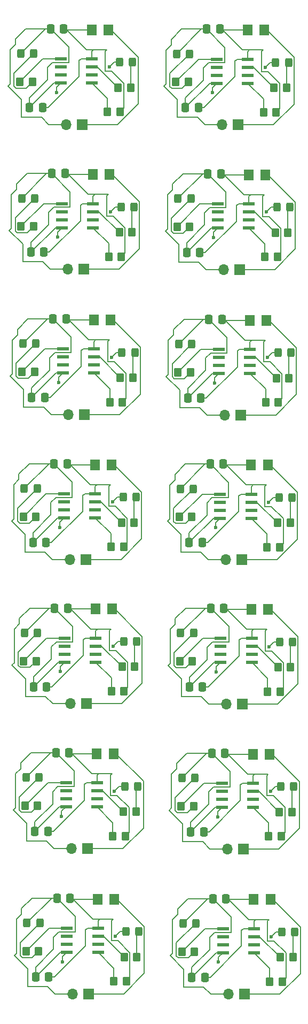
<source format=gbr>
%TF.GenerationSoftware,KiCad,Pcbnew,8.0.5*%
%TF.CreationDate,2024-12-11T00:13:19+01:00*%
%TF.ProjectId,battery-lvl-indicator-kicad.kicad_pcb-copy,62617474-6572-4792-9d6c-766c2d696e64,rev?*%
%TF.SameCoordinates,Original*%
%TF.FileFunction,Copper,L1,Top*%
%TF.FilePolarity,Positive*%
%FSLAX46Y46*%
G04 Gerber Fmt 4.6, Leading zero omitted, Abs format (unit mm)*
G04 Created by KiCad (PCBNEW 8.0.5) date 2024-12-11 00:13:19*
%MOMM*%
%LPD*%
G01*
G04 APERTURE LIST*
G04 Aperture macros list*
%AMRoundRect*
0 Rectangle with rounded corners*
0 $1 Rounding radius*
0 $2 $3 $4 $5 $6 $7 $8 $9 X,Y pos of 4 corners*
0 Add a 4 corners polygon primitive as box body*
4,1,4,$2,$3,$4,$5,$6,$7,$8,$9,$2,$3,0*
0 Add four circle primitives for the rounded corners*
1,1,$1+$1,$2,$3*
1,1,$1+$1,$4,$5*
1,1,$1+$1,$6,$7*
1,1,$1+$1,$8,$9*
0 Add four rect primitives between the rounded corners*
20,1,$1+$1,$2,$3,$4,$5,0*
20,1,$1+$1,$4,$5,$6,$7,0*
20,1,$1+$1,$6,$7,$8,$9,0*
20,1,$1+$1,$8,$9,$2,$3,0*%
G04 Aperture macros list end*
%TA.AperFunction,SMDPad,CuDef*%
%ADD10R,1.524000X1.676400*%
%TD*%
%TA.AperFunction,SMDPad,CuDef*%
%ADD11R,1.981200X0.558800*%
%TD*%
%TA.AperFunction,SMDPad,CuDef*%
%ADD12RoundRect,0.250000X-0.337500X-0.475000X0.337500X-0.475000X0.337500X0.475000X-0.337500X0.475000X0*%
%TD*%
%TA.AperFunction,SMDPad,CuDef*%
%ADD13RoundRect,0.250000X-0.325000X-0.450000X0.325000X-0.450000X0.325000X0.450000X-0.325000X0.450000X0*%
%TD*%
%TA.AperFunction,ComponentPad*%
%ADD14O,1.700000X1.700000*%
%TD*%
%TA.AperFunction,ComponentPad*%
%ADD15R,1.700000X1.700000*%
%TD*%
%TA.AperFunction,SMDPad,CuDef*%
%ADD16RoundRect,0.250000X-0.350000X-0.450000X0.350000X-0.450000X0.350000X0.450000X-0.350000X0.450000X0*%
%TD*%
%TA.AperFunction,ViaPad*%
%ADD17C,0.600000*%
%TD*%
%TA.AperFunction,Conductor*%
%ADD18C,0.200000*%
%TD*%
G04 APERTURE END LIST*
D10*
%TO.P,D1,2,A*%
%TO.N,Net-(D1-A)*%
X128295400Y-154965400D03*
%TO.P,D1,1,K*%
%TO.N,Net-(D1-K)*%
X130937000Y-154965400D03*
%TD*%
D11*
%TO.P,U1,8,VCC*%
%TO.N,Net-(D1-A)*%
X127330200Y-21971000D03*
%TO.P,U1,7,2OUT*%
%TO.N,Net-(U1-2OUT)*%
X127330200Y-23241000D03*
%TO.P,U1,6,2IN-*%
%TO.N,unconnected-(U1-2IN--Pad6)*%
X127330200Y-24511000D03*
%TO.P,U1,5,2IN+*%
%TO.N,Net-(U1-2IN+)*%
X127330200Y-25781000D03*
%TO.P,U1,4,GND*%
%TO.N,Net-(D2-K)*%
X122402600Y-25781000D03*
%TO.P,U1,3,1IN+*%
%TO.N,unconnected-(U1-1IN+-Pad3)*%
X122402600Y-24511000D03*
%TO.P,U1,2,1IN-*%
%TO.N,unconnected-(U1-1IN--Pad2)*%
X122402600Y-23241000D03*
%TO.P,U1,1,1OUT*%
%TO.N,Net-(U1-1OUT)*%
X122402600Y-21971000D03*
%TD*%
D12*
%TO.P,C2,2*%
%TO.N,Net-(D1-A)*%
X120167400Y-121335800D03*
%TO.P,C2,1*%
%TO.N,Net-(D2-K)*%
X118092400Y-121335800D03*
%TD*%
D13*
%TO.P,LEDG,2,A*%
%TO.N,Net-(D3-A)*%
X109270800Y-45364400D03*
%TO.P,LEDG,1,K*%
%TO.N,Net-(D2-K)*%
X107220800Y-45364400D03*
%TD*%
%TO.P,LEDR,2,A*%
%TO.N,Net-(D2-A)*%
X94361000Y-158673800D03*
%TO.P,LEDR,1,K*%
%TO.N,Net-(D2-K)*%
X92311000Y-158673800D03*
%TD*%
D14*
%TO.P,J1,2,Pin_2*%
%TO.N,Net-(D2-K)*%
X98552000Y-32308800D03*
D15*
%TO.P,J1,1,Pin_1*%
%TO.N,Net-(D1-K)*%
X101092000Y-32308800D03*
%TD*%
D13*
%TO.P,LEDR,2,A*%
%TO.N,Net-(D2-A)*%
X93573600Y-43992800D03*
%TO.P,LEDR,1,K*%
%TO.N,Net-(D2-K)*%
X91523600Y-43992800D03*
%TD*%
D12*
%TO.P,C1,1*%
%TO.N,Net-(D2-K)*%
X96070600Y-17170400D03*
%TO.P,C1,2*%
%TO.N,Net-(D1-A)*%
X98145600Y-17170400D03*
%TD*%
D10*
%TO.P,D1,2,A*%
%TO.N,Net-(D1-A)*%
X102920800Y-63246000D03*
%TO.P,D1,1,K*%
%TO.N,Net-(D1-K)*%
X105562400Y-63246000D03*
%TD*%
D16*
%TO.P,100R,2*%
%TO.N,Net-(D3-A)*%
X134340600Y-141097000D03*
%TO.P,100R,1*%
%TO.N,Net-(U1-2OUT)*%
X132340600Y-141097000D03*
%TD*%
D11*
%TO.P,U1,8,VCC*%
%TO.N,Net-(D1-A)*%
X103428800Y-136499600D03*
%TO.P,U1,7,2OUT*%
%TO.N,Net-(U1-2OUT)*%
X103428800Y-137769600D03*
%TO.P,U1,6,2IN-*%
%TO.N,unconnected-(U1-2IN--Pad6)*%
X103428800Y-139039600D03*
%TO.P,U1,5,2IN+*%
%TO.N,Net-(U1-2IN+)*%
X103428800Y-140309600D03*
%TO.P,U1,4,GND*%
%TO.N,Net-(D2-K)*%
X98501200Y-140309600D03*
%TO.P,U1,3,1IN+*%
%TO.N,unconnected-(U1-1IN+-Pad3)*%
X98501200Y-139039600D03*
%TO.P,U1,2,1IN-*%
%TO.N,unconnected-(U1-1IN--Pad2)*%
X98501200Y-137769600D03*
%TO.P,U1,1,1OUT*%
%TO.N,Net-(U1-1OUT)*%
X98501200Y-136499600D03*
%TD*%
D16*
%TO.P,10kR,2*%
%TO.N,Net-(D1-A)*%
X107086400Y-30327600D03*
%TO.P,10kR,1*%
%TO.N,Net-(U1-2IN+)*%
X105086400Y-30327600D03*
%TD*%
D10*
%TO.P,D1,2,A*%
%TO.N,Net-(D1-A)*%
X103124000Y-86156800D03*
%TO.P,D1,1,K*%
%TO.N,Net-(D1-K)*%
X105765600Y-86156800D03*
%TD*%
D16*
%TO.P,10kR,2*%
%TO.N,Net-(D1-A)*%
X131826000Y-30378400D03*
%TO.P,10kR,1*%
%TO.N,Net-(U1-2IN+)*%
X129826000Y-30378400D03*
%TD*%
%TO.P,10kR,2*%
%TO.N,Net-(D1-A)*%
X132816600Y-167970200D03*
%TO.P,10kR,1*%
%TO.N,Net-(U1-2IN+)*%
X130816600Y-167970200D03*
%TD*%
D11*
%TO.P,U1,8,VCC*%
%TO.N,Net-(D1-A)*%
X127889000Y-90805000D03*
%TO.P,U1,7,2OUT*%
%TO.N,Net-(U1-2OUT)*%
X127889000Y-92075000D03*
%TO.P,U1,6,2IN-*%
%TO.N,unconnected-(U1-2IN--Pad6)*%
X127889000Y-93345000D03*
%TO.P,U1,5,2IN+*%
%TO.N,Net-(U1-2IN+)*%
X127889000Y-94615000D03*
%TO.P,U1,4,GND*%
%TO.N,Net-(D2-K)*%
X122961400Y-94615000D03*
%TO.P,U1,3,1IN+*%
%TO.N,unconnected-(U1-1IN+-Pad3)*%
X122961400Y-93345000D03*
%TO.P,U1,2,1IN-*%
%TO.N,unconnected-(U1-1IN--Pad2)*%
X122961400Y-92075000D03*
%TO.P,U1,1,1OUT*%
%TO.N,Net-(U1-1OUT)*%
X122961400Y-90805000D03*
%TD*%
D14*
%TO.P,J1,2,Pin_2*%
%TO.N,Net-(D2-K)*%
X99390200Y-146888200D03*
D15*
%TO.P,J1,1,Pin_1*%
%TO.N,Net-(D1-K)*%
X101930200Y-146888200D03*
%TD*%
D11*
%TO.P,U1,8,VCC*%
%TO.N,Net-(D1-A)*%
X103149400Y-90754200D03*
%TO.P,U1,7,2OUT*%
%TO.N,Net-(U1-2OUT)*%
X103149400Y-92024200D03*
%TO.P,U1,6,2IN-*%
%TO.N,unconnected-(U1-2IN--Pad6)*%
X103149400Y-93294200D03*
%TO.P,U1,5,2IN+*%
%TO.N,Net-(U1-2IN+)*%
X103149400Y-94564200D03*
%TO.P,U1,4,GND*%
%TO.N,Net-(D2-K)*%
X98221800Y-94564200D03*
%TO.P,U1,3,1IN+*%
%TO.N,unconnected-(U1-1IN+-Pad3)*%
X98221800Y-93294200D03*
%TO.P,U1,2,1IN-*%
%TO.N,unconnected-(U1-1IN--Pad2)*%
X98221800Y-92024200D03*
%TO.P,U1,1,1OUT*%
%TO.N,Net-(U1-1OUT)*%
X98221800Y-90754200D03*
%TD*%
D13*
%TO.P,LEDG,2,A*%
%TO.N,Net-(D3-A)*%
X134797800Y-160096200D03*
%TO.P,LEDG,1,K*%
%TO.N,Net-(D2-K)*%
X132747800Y-160096200D03*
%TD*%
%TO.P,LEDG,2,A*%
%TO.N,Net-(D3-A)*%
X109067600Y-22453600D03*
%TO.P,LEDG,1,K*%
%TO.N,Net-(D2-K)*%
X107017600Y-22453600D03*
%TD*%
%TO.P,LEDR,2,A*%
%TO.N,Net-(D2-A)*%
X118948200Y-135712200D03*
%TO.P,LEDR,1,K*%
%TO.N,Net-(D2-K)*%
X116898200Y-135712200D03*
%TD*%
D14*
%TO.P,J1,2,Pin_2*%
%TO.N,Net-(D2-K)*%
X124129800Y-146939000D03*
D15*
%TO.P,J1,1,Pin_1*%
%TO.N,Net-(D1-K)*%
X126669800Y-146939000D03*
%TD*%
D12*
%TO.P,C2,2*%
%TO.N,Net-(D1-A)*%
X119735600Y-52578000D03*
%TO.P,C2,1*%
%TO.N,Net-(D2-K)*%
X117660600Y-52578000D03*
%TD*%
D14*
%TO.P,J1,2,Pin_2*%
%TO.N,Net-(D2-K)*%
X123850400Y-101193600D03*
D15*
%TO.P,J1,1,Pin_1*%
%TO.N,Net-(D1-K)*%
X126390400Y-101193600D03*
%TD*%
D16*
%TO.P,100R,2*%
%TO.N,Net-(D2-A)*%
X93167200Y-25552400D03*
%TO.P,100R,1*%
%TO.N,Net-(U1-1OUT)*%
X91167200Y-25552400D03*
%TD*%
D11*
%TO.P,U1,8,VCC*%
%TO.N,Net-(D1-A)*%
X128168400Y-136550400D03*
%TO.P,U1,7,2OUT*%
%TO.N,Net-(U1-2OUT)*%
X128168400Y-137820400D03*
%TO.P,U1,6,2IN-*%
%TO.N,unconnected-(U1-2IN--Pad6)*%
X128168400Y-139090400D03*
%TO.P,U1,5,2IN+*%
%TO.N,Net-(U1-2IN+)*%
X128168400Y-140360400D03*
%TO.P,U1,4,GND*%
%TO.N,Net-(D2-K)*%
X123240800Y-140360400D03*
%TO.P,U1,3,1IN+*%
%TO.N,unconnected-(U1-1IN+-Pad3)*%
X123240800Y-139090400D03*
%TO.P,U1,2,1IN-*%
%TO.N,unconnected-(U1-1IN--Pad2)*%
X123240800Y-137820400D03*
%TO.P,U1,1,1OUT*%
%TO.N,Net-(U1-1OUT)*%
X123240800Y-136550400D03*
%TD*%
D16*
%TO.P,10kR,2*%
%TO.N,Net-(D1-A)*%
X132664200Y-144957800D03*
%TO.P,10kR,1*%
%TO.N,Net-(U1-2IN+)*%
X130664200Y-144957800D03*
%TD*%
D14*
%TO.P,J1,2,Pin_2*%
%TO.N,Net-(D2-K)*%
X99187000Y-123977400D03*
D15*
%TO.P,J1,1,Pin_1*%
%TO.N,Net-(D1-K)*%
X101727000Y-123977400D03*
%TD*%
D16*
%TO.P,10kR,2*%
%TO.N,Net-(D1-A)*%
X132029200Y-53289200D03*
%TO.P,10kR,1*%
%TO.N,Net-(U1-2IN+)*%
X130029200Y-53289200D03*
%TD*%
D11*
%TO.P,U1,8,VCC*%
%TO.N,Net-(D1-A)*%
X127685800Y-67894200D03*
%TO.P,U1,7,2OUT*%
%TO.N,Net-(U1-2OUT)*%
X127685800Y-69164200D03*
%TO.P,U1,6,2IN-*%
%TO.N,unconnected-(U1-2IN--Pad6)*%
X127685800Y-70434200D03*
%TO.P,U1,5,2IN+*%
%TO.N,Net-(U1-2IN+)*%
X127685800Y-71704200D03*
%TO.P,U1,4,GND*%
%TO.N,Net-(D2-K)*%
X122758200Y-71704200D03*
%TO.P,U1,3,1IN+*%
%TO.N,unconnected-(U1-1IN+-Pad3)*%
X122758200Y-70434200D03*
%TO.P,U1,2,1IN-*%
%TO.N,unconnected-(U1-1IN--Pad2)*%
X122758200Y-69164200D03*
%TO.P,U1,1,1OUT*%
%TO.N,Net-(U1-1OUT)*%
X122758200Y-67894200D03*
%TD*%
D12*
%TO.P,C1,2*%
%TO.N,Net-(D1-A)*%
X98704400Y-86004400D03*
%TO.P,C1,1*%
%TO.N,Net-(D2-K)*%
X96629400Y-86004400D03*
%TD*%
D16*
%TO.P,100R,2*%
%TO.N,Net-(D3-A)*%
X133705600Y-49428400D03*
%TO.P,100R,1*%
%TO.N,Net-(U1-2OUT)*%
X131705600Y-49428400D03*
%TD*%
D14*
%TO.P,J1,2,Pin_2*%
%TO.N,Net-(D2-K)*%
X123291600Y-32359600D03*
D15*
%TO.P,J1,1,Pin_1*%
%TO.N,Net-(D1-K)*%
X125831600Y-32359600D03*
%TD*%
D12*
%TO.P,C1,2*%
%TO.N,Net-(D1-A)*%
X123088400Y-40132000D03*
%TO.P,C1,1*%
%TO.N,Net-(D2-K)*%
X121013400Y-40132000D03*
%TD*%
D11*
%TO.P,U1,8,VCC*%
%TO.N,Net-(D1-A)*%
X102946200Y-67843400D03*
%TO.P,U1,7,2OUT*%
%TO.N,Net-(U1-2OUT)*%
X102946200Y-69113400D03*
%TO.P,U1,6,2IN-*%
%TO.N,unconnected-(U1-2IN--Pad6)*%
X102946200Y-70383400D03*
%TO.P,U1,5,2IN+*%
%TO.N,Net-(U1-2IN+)*%
X102946200Y-71653400D03*
%TO.P,U1,4,GND*%
%TO.N,Net-(D2-K)*%
X98018600Y-71653400D03*
%TO.P,U1,3,1IN+*%
%TO.N,unconnected-(U1-1IN+-Pad3)*%
X98018600Y-70383400D03*
%TO.P,U1,2,1IN-*%
%TO.N,unconnected-(U1-1IN--Pad2)*%
X98018600Y-69113400D03*
%TO.P,U1,1,1OUT*%
%TO.N,Net-(U1-1OUT)*%
X98018600Y-67843400D03*
%TD*%
D10*
%TO.P,D1,2,A*%
%TO.N,Net-(D1-A)*%
X127508000Y-40284400D03*
%TO.P,D1,1,K*%
%TO.N,Net-(D1-K)*%
X130149600Y-40284400D03*
%TD*%
D16*
%TO.P,100R,2*%
%TO.N,Net-(D3-A)*%
X134137400Y-118186200D03*
%TO.P,100R,1*%
%TO.N,Net-(U1-2OUT)*%
X132137400Y-118186200D03*
%TD*%
%TO.P,100R,2*%
%TO.N,Net-(D3-A)*%
X134493000Y-164109400D03*
%TO.P,100R,1*%
%TO.N,Net-(U1-2OUT)*%
X132493000Y-164109400D03*
%TD*%
D10*
%TO.P,D1,2,A*%
%TO.N,Net-(D1-A)*%
X102768400Y-40233600D03*
%TO.P,D1,1,K*%
%TO.N,Net-(D1-K)*%
X105410000Y-40233600D03*
%TD*%
D13*
%TO.P,LEDG,2,A*%
%TO.N,Net-(D3-A)*%
X109423200Y-68376800D03*
%TO.P,LEDG,1,K*%
%TO.N,Net-(D2-K)*%
X107373200Y-68376800D03*
%TD*%
D11*
%TO.P,U1,8,VCC*%
%TO.N,Net-(D1-A)*%
X102590600Y-21920200D03*
%TO.P,U1,7,2OUT*%
%TO.N,Net-(U1-2OUT)*%
X102590600Y-23190200D03*
%TO.P,U1,6,2IN-*%
%TO.N,unconnected-(U1-2IN--Pad6)*%
X102590600Y-24460200D03*
%TO.P,U1,5,2IN+*%
%TO.N,Net-(U1-2IN+)*%
X102590600Y-25730200D03*
%TO.P,U1,4,GND*%
%TO.N,Net-(D2-K)*%
X97663000Y-25730200D03*
%TO.P,U1,3,1IN+*%
%TO.N,unconnected-(U1-1IN+-Pad3)*%
X97663000Y-24460200D03*
%TO.P,U1,2,1IN-*%
%TO.N,unconnected-(U1-1IN--Pad2)*%
X97663000Y-23190200D03*
%TO.P,U1,1,1OUT*%
%TO.N,Net-(U1-1OUT)*%
X97663000Y-21920200D03*
%TD*%
%TO.P,U1,8,VCC*%
%TO.N,Net-(D1-A)*%
X103581200Y-159512000D03*
%TO.P,U1,7,2OUT*%
%TO.N,Net-(U1-2OUT)*%
X103581200Y-160782000D03*
%TO.P,U1,6,2IN-*%
%TO.N,unconnected-(U1-2IN--Pad6)*%
X103581200Y-162052000D03*
%TO.P,U1,5,2IN+*%
%TO.N,Net-(U1-2IN+)*%
X103581200Y-163322000D03*
%TO.P,U1,4,GND*%
%TO.N,Net-(D2-K)*%
X98653600Y-163322000D03*
%TO.P,U1,3,1IN+*%
%TO.N,unconnected-(U1-1IN+-Pad3)*%
X98653600Y-162052000D03*
%TO.P,U1,2,1IN-*%
%TO.N,unconnected-(U1-1IN--Pad2)*%
X98653600Y-160782000D03*
%TO.P,U1,1,1OUT*%
%TO.N,Net-(U1-1OUT)*%
X98653600Y-159512000D03*
%TD*%
D14*
%TO.P,J1,2,Pin_2*%
%TO.N,Net-(D2-K)*%
X123926600Y-124028200D03*
D15*
%TO.P,J1,1,Pin_1*%
%TO.N,Net-(D1-K)*%
X126466600Y-124028200D03*
%TD*%
D10*
%TO.P,D1,1,K*%
%TO.N,Net-(D1-K)*%
X129946400Y-17373600D03*
%TO.P,D1,2,A*%
%TO.N,Net-(D1-A)*%
X127304800Y-17373600D03*
%TD*%
D16*
%TO.P,100R,2*%
%TO.N,Net-(D2-A)*%
X93370400Y-48463200D03*
%TO.P,100R,1*%
%TO.N,Net-(U1-1OUT)*%
X91370400Y-48463200D03*
%TD*%
%TO.P,100R,2*%
%TO.N,Net-(D2-A)*%
X94005400Y-140131800D03*
%TO.P,100R,1*%
%TO.N,Net-(U1-1OUT)*%
X92005400Y-140131800D03*
%TD*%
%TO.P,100R,2*%
%TO.N,Net-(D2-A)*%
X118262400Y-71526400D03*
%TO.P,100R,1*%
%TO.N,Net-(U1-1OUT)*%
X116262400Y-71526400D03*
%TD*%
%TO.P,10kR,2*%
%TO.N,Net-(D1-A)*%
X132384800Y-99212400D03*
%TO.P,10kR,1*%
%TO.N,Net-(U1-2IN+)*%
X130384800Y-99212400D03*
%TD*%
D12*
%TO.P,C2,2*%
%TO.N,Net-(D1-A)*%
X120091200Y-98501200D03*
%TO.P,C2,1*%
%TO.N,Net-(D2-K)*%
X118016200Y-98501200D03*
%TD*%
D16*
%TO.P,100R,2*%
%TO.N,Net-(D3-A)*%
X109397800Y-118135400D03*
%TO.P,100R,1*%
%TO.N,Net-(U1-2OUT)*%
X107397800Y-118135400D03*
%TD*%
D12*
%TO.P,C1,2*%
%TO.N,Net-(D1-A)*%
X98348800Y-40081200D03*
%TO.P,C1,1*%
%TO.N,Net-(D2-K)*%
X96273800Y-40081200D03*
%TD*%
D14*
%TO.P,J1,2,Pin_2*%
%TO.N,Net-(D2-K)*%
X123494800Y-55270400D03*
D15*
%TO.P,J1,1,Pin_1*%
%TO.N,Net-(D1-K)*%
X126034800Y-55270400D03*
%TD*%
D13*
%TO.P,LEDR,2,A*%
%TO.N,Net-(D2-A)*%
X94208600Y-135661400D03*
%TO.P,LEDR,1,K*%
%TO.N,Net-(D2-K)*%
X92158600Y-135661400D03*
%TD*%
D16*
%TO.P,100R,2*%
%TO.N,Net-(D3-A)*%
X109321600Y-95300800D03*
%TO.P,100R,1*%
%TO.N,Net-(U1-2OUT)*%
X107321600Y-95300800D03*
%TD*%
%TO.P,100R,2*%
%TO.N,Net-(D2-A)*%
X93802200Y-117221000D03*
%TO.P,100R,1*%
%TO.N,Net-(U1-1OUT)*%
X91802200Y-117221000D03*
%TD*%
%TO.P,10kR,2*%
%TO.N,Net-(D1-A)*%
X132461000Y-122047000D03*
%TO.P,10kR,1*%
%TO.N,Net-(U1-2IN+)*%
X130461000Y-122047000D03*
%TD*%
D13*
%TO.P,LEDG,2,A*%
%TO.N,Net-(D3-A)*%
X134162800Y-68427600D03*
%TO.P,LEDG,1,K*%
%TO.N,Net-(D2-K)*%
X132112800Y-68427600D03*
%TD*%
D16*
%TO.P,100R,2*%
%TO.N,Net-(D3-A)*%
X133858000Y-72440800D03*
%TO.P,100R,1*%
%TO.N,Net-(U1-2OUT)*%
X131858000Y-72440800D03*
%TD*%
%TO.P,100R,2*%
%TO.N,Net-(D3-A)*%
X108966000Y-49377600D03*
%TO.P,100R,1*%
%TO.N,Net-(U1-2OUT)*%
X106966000Y-49377600D03*
%TD*%
D13*
%TO.P,LEDR,2,A*%
%TO.N,Net-(D2-A)*%
X94005400Y-112750600D03*
%TO.P,LEDR,1,K*%
%TO.N,Net-(D2-K)*%
X91955400Y-112750600D03*
%TD*%
D16*
%TO.P,100R,2*%
%TO.N,Net-(D2-A)*%
X118745000Y-140182600D03*
%TO.P,100R,1*%
%TO.N,Net-(U1-1OUT)*%
X116745000Y-140182600D03*
%TD*%
D12*
%TO.P,C2,2*%
%TO.N,Net-(D1-A)*%
X95148400Y-75539600D03*
%TO.P,C2,1*%
%TO.N,Net-(D2-K)*%
X93073400Y-75539600D03*
%TD*%
D16*
%TO.P,100R,2*%
%TO.N,Net-(D2-A)*%
X118897400Y-163195000D03*
%TO.P,100R,1*%
%TO.N,Net-(U1-1OUT)*%
X116897400Y-163195000D03*
%TD*%
D13*
%TO.P,LEDR,2,A*%
%TO.N,Net-(D2-A)*%
X118110000Y-21132800D03*
%TO.P,LEDR,1,K*%
%TO.N,Net-(D2-K)*%
X116060000Y-21132800D03*
%TD*%
D10*
%TO.P,D1,2,A*%
%TO.N,Net-(D1-A)*%
X103200200Y-108991400D03*
%TO.P,D1,1,K*%
%TO.N,Net-(D1-K)*%
X105841800Y-108991400D03*
%TD*%
D16*
%TO.P,10kR,2*%
%TO.N,Net-(D1-A)*%
X107442000Y-76250800D03*
%TO.P,10kR,1*%
%TO.N,Net-(U1-2IN+)*%
X105442000Y-76250800D03*
%TD*%
D12*
%TO.P,C2,2*%
%TO.N,Net-(D1-A)*%
X119888000Y-75590400D03*
%TO.P,C2,1*%
%TO.N,Net-(D2-K)*%
X117813000Y-75590400D03*
%TD*%
D10*
%TO.P,D1,1,K*%
%TO.N,Net-(D1-K)*%
X105206800Y-17322800D03*
%TO.P,D1,2,A*%
%TO.N,Net-(D1-A)*%
X102565200Y-17322800D03*
%TD*%
D13*
%TO.P,LEDR,2,A*%
%TO.N,Net-(D2-A)*%
X93726000Y-67005200D03*
%TO.P,LEDR,1,K*%
%TO.N,Net-(D2-K)*%
X91676000Y-67005200D03*
%TD*%
D12*
%TO.P,C1,2*%
%TO.N,Net-(D1-A)*%
X98983800Y-131749800D03*
%TO.P,C1,1*%
%TO.N,Net-(D2-K)*%
X96908800Y-131749800D03*
%TD*%
%TO.P,C2,2*%
%TO.N,Net-(D1-A)*%
X95351600Y-98450400D03*
%TO.P,C2,1*%
%TO.N,Net-(D2-K)*%
X93276600Y-98450400D03*
%TD*%
D13*
%TO.P,LEDG,2,A*%
%TO.N,Net-(D3-A)*%
X134366000Y-91338400D03*
%TO.P,LEDG,1,K*%
%TO.N,Net-(D2-K)*%
X132316000Y-91338400D03*
%TD*%
D16*
%TO.P,100R,2*%
%TO.N,Net-(D3-A)*%
X108762800Y-26466800D03*
%TO.P,100R,1*%
%TO.N,Net-(U1-2OUT)*%
X106762800Y-26466800D03*
%TD*%
D13*
%TO.P,LEDR,2,A*%
%TO.N,Net-(D2-A)*%
X118465600Y-67056000D03*
%TO.P,LEDR,1,K*%
%TO.N,Net-(D2-K)*%
X116415600Y-67056000D03*
%TD*%
D11*
%TO.P,U1,8,VCC*%
%TO.N,Net-(D1-A)*%
X103225600Y-113588800D03*
%TO.P,U1,7,2OUT*%
%TO.N,Net-(U1-2OUT)*%
X103225600Y-114858800D03*
%TO.P,U1,6,2IN-*%
%TO.N,unconnected-(U1-2IN--Pad6)*%
X103225600Y-116128800D03*
%TO.P,U1,5,2IN+*%
%TO.N,Net-(U1-2IN+)*%
X103225600Y-117398800D03*
%TO.P,U1,4,GND*%
%TO.N,Net-(D2-K)*%
X98298000Y-117398800D03*
%TO.P,U1,3,1IN+*%
%TO.N,unconnected-(U1-1IN+-Pad3)*%
X98298000Y-116128800D03*
%TO.P,U1,2,1IN-*%
%TO.N,unconnected-(U1-1IN--Pad2)*%
X98298000Y-114858800D03*
%TO.P,U1,1,1OUT*%
%TO.N,Net-(U1-1OUT)*%
X98298000Y-113588800D03*
%TD*%
D13*
%TO.P,LEDG,2,A*%
%TO.N,Net-(D3-A)*%
X134645400Y-137083800D03*
%TO.P,LEDG,1,K*%
%TO.N,Net-(D2-K)*%
X132595400Y-137083800D03*
%TD*%
D16*
%TO.P,10kR,2*%
%TO.N,Net-(D1-A)*%
X107645200Y-99161600D03*
%TO.P,10kR,1*%
%TO.N,Net-(U1-2IN+)*%
X105645200Y-99161600D03*
%TD*%
D12*
%TO.P,C2,2*%
%TO.N,Net-(D1-A)*%
X120523000Y-167259000D03*
%TO.P,C2,1*%
%TO.N,Net-(D2-K)*%
X118448000Y-167259000D03*
%TD*%
D13*
%TO.P,LEDG,2,A*%
%TO.N,Net-(D3-A)*%
X134010400Y-45415200D03*
%TO.P,LEDG,1,K*%
%TO.N,Net-(D2-K)*%
X131960400Y-45415200D03*
%TD*%
D14*
%TO.P,J1,2,Pin_2*%
%TO.N,Net-(D2-K)*%
X123647200Y-78282800D03*
D15*
%TO.P,J1,1,Pin_1*%
%TO.N,Net-(D1-K)*%
X126187200Y-78282800D03*
%TD*%
D16*
%TO.P,100R,2*%
%TO.N,Net-(D2-A)*%
X94157800Y-163144200D03*
%TO.P,100R,1*%
%TO.N,Net-(U1-1OUT)*%
X92157800Y-163144200D03*
%TD*%
D13*
%TO.P,LEDR,2,A*%
%TO.N,Net-(D2-A)*%
X118745000Y-112801400D03*
%TO.P,LEDR,1,K*%
%TO.N,Net-(D2-K)*%
X116695000Y-112801400D03*
%TD*%
D11*
%TO.P,U1,8,VCC*%
%TO.N,Net-(D1-A)*%
X127533400Y-44881800D03*
%TO.P,U1,7,2OUT*%
%TO.N,Net-(U1-2OUT)*%
X127533400Y-46151800D03*
%TO.P,U1,6,2IN-*%
%TO.N,unconnected-(U1-2IN--Pad6)*%
X127533400Y-47421800D03*
%TO.P,U1,5,2IN+*%
%TO.N,Net-(U1-2IN+)*%
X127533400Y-48691800D03*
%TO.P,U1,4,GND*%
%TO.N,Net-(D2-K)*%
X122605800Y-48691800D03*
%TO.P,U1,3,1IN+*%
%TO.N,unconnected-(U1-1IN+-Pad3)*%
X122605800Y-47421800D03*
%TO.P,U1,2,1IN-*%
%TO.N,unconnected-(U1-1IN--Pad2)*%
X122605800Y-46151800D03*
%TO.P,U1,1,1OUT*%
%TO.N,Net-(U1-1OUT)*%
X122605800Y-44881800D03*
%TD*%
D12*
%TO.P,C1,2*%
%TO.N,Net-(D1-A)*%
X123240800Y-63144400D03*
%TO.P,C1,1*%
%TO.N,Net-(D2-K)*%
X121165800Y-63144400D03*
%TD*%
D16*
%TO.P,100R,2*%
%TO.N,Net-(D2-A)*%
X118465600Y-94437200D03*
%TO.P,100R,1*%
%TO.N,Net-(U1-1OUT)*%
X116465600Y-94437200D03*
%TD*%
%TO.P,100R,2*%
%TO.N,Net-(D2-A)*%
X93726000Y-94386400D03*
%TO.P,100R,1*%
%TO.N,Net-(U1-1OUT)*%
X91726000Y-94386400D03*
%TD*%
D10*
%TO.P,D1,2,A*%
%TO.N,Net-(D1-A)*%
X127660400Y-63296800D03*
%TO.P,D1,1,K*%
%TO.N,Net-(D1-K)*%
X130302000Y-63296800D03*
%TD*%
D12*
%TO.P,C2,2*%
%TO.N,Net-(D1-A)*%
X94996000Y-52527200D03*
%TO.P,C2,1*%
%TO.N,Net-(D2-K)*%
X92921000Y-52527200D03*
%TD*%
D16*
%TO.P,10kR,2*%
%TO.N,Net-(D1-A)*%
X107924600Y-144907000D03*
%TO.P,10kR,1*%
%TO.N,Net-(U1-2IN+)*%
X105924600Y-144907000D03*
%TD*%
%TO.P,100R,2*%
%TO.N,Net-(D3-A)*%
X109753400Y-164058600D03*
%TO.P,100R,1*%
%TO.N,Net-(U1-2OUT)*%
X107753400Y-164058600D03*
%TD*%
%TO.P,100R,2*%
%TO.N,Net-(D2-A)*%
X118110000Y-48514000D03*
%TO.P,100R,1*%
%TO.N,Net-(U1-1OUT)*%
X116110000Y-48514000D03*
%TD*%
D12*
%TO.P,C2,2*%
%TO.N,Net-(D1-A)*%
X95783400Y-167208200D03*
%TO.P,C2,1*%
%TO.N,Net-(D2-K)*%
X93708400Y-167208200D03*
%TD*%
D10*
%TO.P,D1,2,A*%
%TO.N,Net-(D1-A)*%
X128143000Y-131953000D03*
%TO.P,D1,1,K*%
%TO.N,Net-(D1-K)*%
X130784600Y-131953000D03*
%TD*%
D14*
%TO.P,J1,2,Pin_2*%
%TO.N,Net-(D2-K)*%
X99542600Y-169900600D03*
D15*
%TO.P,J1,1,Pin_1*%
%TO.N,Net-(D1-K)*%
X102082600Y-169900600D03*
%TD*%
D16*
%TO.P,10kR,2*%
%TO.N,Net-(D1-A)*%
X132181600Y-76301600D03*
%TO.P,10kR,1*%
%TO.N,Net-(U1-2IN+)*%
X130181600Y-76301600D03*
%TD*%
D14*
%TO.P,J1,2,Pin_2*%
%TO.N,Net-(D2-K)*%
X98755200Y-55219600D03*
D15*
%TO.P,J1,1,Pin_1*%
%TO.N,Net-(D1-K)*%
X101295200Y-55219600D03*
%TD*%
D16*
%TO.P,10kR,2*%
%TO.N,Net-(D1-A)*%
X108077000Y-167919400D03*
%TO.P,10kR,1*%
%TO.N,Net-(U1-2IN+)*%
X106077000Y-167919400D03*
%TD*%
%TO.P,100R,2*%
%TO.N,Net-(D3-A)*%
X134061200Y-95351600D03*
%TO.P,100R,1*%
%TO.N,Net-(U1-2OUT)*%
X132061200Y-95351600D03*
%TD*%
D12*
%TO.P,C1,2*%
%TO.N,Net-(D1-A)*%
X99136200Y-154762200D03*
%TO.P,C1,1*%
%TO.N,Net-(D2-K)*%
X97061200Y-154762200D03*
%TD*%
D16*
%TO.P,100R,2*%
%TO.N,Net-(D3-A)*%
X133502400Y-26517600D03*
%TO.P,100R,1*%
%TO.N,Net-(U1-2OUT)*%
X131502400Y-26517600D03*
%TD*%
D13*
%TO.P,LEDR,2,A*%
%TO.N,Net-(D2-A)*%
X93929200Y-89916000D03*
%TO.P,LEDR,1,K*%
%TO.N,Net-(D2-K)*%
X91879200Y-89916000D03*
%TD*%
D16*
%TO.P,100R,2*%
%TO.N,Net-(D2-A)*%
X93522800Y-71475600D03*
%TO.P,100R,1*%
%TO.N,Net-(U1-1OUT)*%
X91522800Y-71475600D03*
%TD*%
%TO.P,10kR,2*%
%TO.N,Net-(D1-A)*%
X107721400Y-121996200D03*
%TO.P,10kR,1*%
%TO.N,Net-(U1-2IN+)*%
X105721400Y-121996200D03*
%TD*%
D13*
%TO.P,LEDG,2,A*%
%TO.N,Net-(D3-A)*%
X110058200Y-160045400D03*
%TO.P,LEDG,1,K*%
%TO.N,Net-(D2-K)*%
X108008200Y-160045400D03*
%TD*%
%TO.P,LEDG,2,A*%
%TO.N,Net-(D3-A)*%
X109702600Y-114122200D03*
%TO.P,LEDG,1,K*%
%TO.N,Net-(D2-K)*%
X107652600Y-114122200D03*
%TD*%
%TO.P,LEDG,2,A*%
%TO.N,Net-(D3-A)*%
X133807200Y-22504400D03*
%TO.P,LEDG,1,K*%
%TO.N,Net-(D2-K)*%
X131757200Y-22504400D03*
%TD*%
D12*
%TO.P,C1,2*%
%TO.N,Net-(D1-A)*%
X123875800Y-154813000D03*
%TO.P,C1,1*%
%TO.N,Net-(D2-K)*%
X121800800Y-154813000D03*
%TD*%
%TO.P,C2,2*%
%TO.N,Net-(D1-A)*%
X119532400Y-29667200D03*
%TO.P,C2,1*%
%TO.N,Net-(D2-K)*%
X117457400Y-29667200D03*
%TD*%
%TO.P,C2,2*%
%TO.N,Net-(D1-A)*%
X94792800Y-29616400D03*
%TO.P,C2,1*%
%TO.N,Net-(D2-K)*%
X92717800Y-29616400D03*
%TD*%
D16*
%TO.P,100R,2*%
%TO.N,Net-(D3-A)*%
X109118400Y-72390000D03*
%TO.P,100R,1*%
%TO.N,Net-(U1-2OUT)*%
X107118400Y-72390000D03*
%TD*%
D13*
%TO.P,LEDG,2,A*%
%TO.N,Net-(D3-A)*%
X109626400Y-91287600D03*
%TO.P,LEDG,1,K*%
%TO.N,Net-(D2-K)*%
X107576400Y-91287600D03*
%TD*%
D14*
%TO.P,J1,2,Pin_2*%
%TO.N,Net-(D2-K)*%
X124282200Y-169951400D03*
D15*
%TO.P,J1,1,Pin_1*%
%TO.N,Net-(D1-K)*%
X126822200Y-169951400D03*
%TD*%
D13*
%TO.P,LEDR,2,A*%
%TO.N,Net-(D2-A)*%
X118668800Y-89966800D03*
%TO.P,LEDR,1,K*%
%TO.N,Net-(D2-K)*%
X116618800Y-89966800D03*
%TD*%
%TO.P,LEDR,2,A*%
%TO.N,Net-(D2-A)*%
X118313200Y-44043600D03*
%TO.P,LEDR,1,K*%
%TO.N,Net-(D2-K)*%
X116263200Y-44043600D03*
%TD*%
%TO.P,LEDR,2,A*%
%TO.N,Net-(D2-A)*%
X93370400Y-21082000D03*
%TO.P,LEDR,1,K*%
%TO.N,Net-(D2-K)*%
X91320400Y-21082000D03*
%TD*%
D16*
%TO.P,100R,2*%
%TO.N,Net-(D2-A)*%
X118541800Y-117271800D03*
%TO.P,100R,1*%
%TO.N,Net-(U1-1OUT)*%
X116541800Y-117271800D03*
%TD*%
D12*
%TO.P,C1,2*%
%TO.N,Net-(D1-A)*%
X98780600Y-108839000D03*
%TO.P,C1,1*%
%TO.N,Net-(D2-K)*%
X96705600Y-108839000D03*
%TD*%
D11*
%TO.P,U1,8,VCC*%
%TO.N,Net-(D1-A)*%
X127965200Y-113639600D03*
%TO.P,U1,7,2OUT*%
%TO.N,Net-(U1-2OUT)*%
X127965200Y-114909600D03*
%TO.P,U1,6,2IN-*%
%TO.N,unconnected-(U1-2IN--Pad6)*%
X127965200Y-116179600D03*
%TO.P,U1,5,2IN+*%
%TO.N,Net-(U1-2IN+)*%
X127965200Y-117449600D03*
%TO.P,U1,4,GND*%
%TO.N,Net-(D2-K)*%
X123037600Y-117449600D03*
%TO.P,U1,3,1IN+*%
%TO.N,unconnected-(U1-1IN+-Pad3)*%
X123037600Y-116179600D03*
%TO.P,U1,2,1IN-*%
%TO.N,unconnected-(U1-1IN--Pad2)*%
X123037600Y-114909600D03*
%TO.P,U1,1,1OUT*%
%TO.N,Net-(U1-1OUT)*%
X123037600Y-113639600D03*
%TD*%
D12*
%TO.P,C2,2*%
%TO.N,Net-(D1-A)*%
X95631000Y-144195800D03*
%TO.P,C2,1*%
%TO.N,Net-(D2-K)*%
X93556000Y-144195800D03*
%TD*%
D14*
%TO.P,J1,2,Pin_2*%
%TO.N,Net-(D2-K)*%
X99110800Y-101142800D03*
D15*
%TO.P,J1,1,Pin_1*%
%TO.N,Net-(D1-K)*%
X101650800Y-101142800D03*
%TD*%
D12*
%TO.P,C2,2*%
%TO.N,Net-(D1-A)*%
X95427800Y-121285000D03*
%TO.P,C2,1*%
%TO.N,Net-(D2-K)*%
X93352800Y-121285000D03*
%TD*%
D10*
%TO.P,D1,2,A*%
%TO.N,Net-(D1-A)*%
X103555800Y-154914600D03*
%TO.P,D1,1,K*%
%TO.N,Net-(D1-K)*%
X106197400Y-154914600D03*
%TD*%
D11*
%TO.P,U1,8,VCC*%
%TO.N,Net-(D1-A)*%
X128320800Y-159562800D03*
%TO.P,U1,7,2OUT*%
%TO.N,Net-(U1-2OUT)*%
X128320800Y-160832800D03*
%TO.P,U1,6,2IN-*%
%TO.N,unconnected-(U1-2IN--Pad6)*%
X128320800Y-162102800D03*
%TO.P,U1,5,2IN+*%
%TO.N,Net-(U1-2IN+)*%
X128320800Y-163372800D03*
%TO.P,U1,4,GND*%
%TO.N,Net-(D2-K)*%
X123393200Y-163372800D03*
%TO.P,U1,3,1IN+*%
%TO.N,unconnected-(U1-1IN+-Pad3)*%
X123393200Y-162102800D03*
%TO.P,U1,2,1IN-*%
%TO.N,unconnected-(U1-1IN--Pad2)*%
X123393200Y-160832800D03*
%TO.P,U1,1,1OUT*%
%TO.N,Net-(U1-1OUT)*%
X123393200Y-159562800D03*
%TD*%
D12*
%TO.P,C1,2*%
%TO.N,Net-(D1-A)*%
X123444000Y-86055200D03*
%TO.P,C1,1*%
%TO.N,Net-(D2-K)*%
X121369000Y-86055200D03*
%TD*%
%TO.P,C1,2*%
%TO.N,Net-(D1-A)*%
X123723400Y-131800600D03*
%TO.P,C1,1*%
%TO.N,Net-(D2-K)*%
X121648400Y-131800600D03*
%TD*%
%TO.P,C2,2*%
%TO.N,Net-(D1-A)*%
X120370600Y-144246600D03*
%TO.P,C2,1*%
%TO.N,Net-(D2-K)*%
X118295600Y-144246600D03*
%TD*%
D11*
%TO.P,U1,8,VCC*%
%TO.N,Net-(D1-A)*%
X102793800Y-44831000D03*
%TO.P,U1,7,2OUT*%
%TO.N,Net-(U1-2OUT)*%
X102793800Y-46101000D03*
%TO.P,U1,6,2IN-*%
%TO.N,unconnected-(U1-2IN--Pad6)*%
X102793800Y-47371000D03*
%TO.P,U1,5,2IN+*%
%TO.N,Net-(U1-2IN+)*%
X102793800Y-48641000D03*
%TO.P,U1,4,GND*%
%TO.N,Net-(D2-K)*%
X97866200Y-48641000D03*
%TO.P,U1,3,1IN+*%
%TO.N,unconnected-(U1-1IN+-Pad3)*%
X97866200Y-47371000D03*
%TO.P,U1,2,1IN-*%
%TO.N,unconnected-(U1-1IN--Pad2)*%
X97866200Y-46101000D03*
%TO.P,U1,1,1OUT*%
%TO.N,Net-(U1-1OUT)*%
X97866200Y-44831000D03*
%TD*%
D16*
%TO.P,100R,2*%
%TO.N,Net-(D3-A)*%
X109601000Y-141046200D03*
%TO.P,100R,1*%
%TO.N,Net-(U1-2OUT)*%
X107601000Y-141046200D03*
%TD*%
D13*
%TO.P,LEDG,2,A*%
%TO.N,Net-(D3-A)*%
X134442200Y-114173000D03*
%TO.P,LEDG,1,K*%
%TO.N,Net-(D2-K)*%
X132392200Y-114173000D03*
%TD*%
D14*
%TO.P,J1,2,Pin_2*%
%TO.N,Net-(D2-K)*%
X98907600Y-78232000D03*
D15*
%TO.P,J1,1,Pin_1*%
%TO.N,Net-(D1-K)*%
X101447600Y-78232000D03*
%TD*%
D10*
%TO.P,D1,2,A*%
%TO.N,Net-(D1-A)*%
X127863600Y-86207600D03*
%TO.P,D1,1,K*%
%TO.N,Net-(D1-K)*%
X130505200Y-86207600D03*
%TD*%
D12*
%TO.P,C1,1*%
%TO.N,Net-(D2-K)*%
X120810200Y-17221200D03*
%TO.P,C1,2*%
%TO.N,Net-(D1-A)*%
X122885200Y-17221200D03*
%TD*%
D13*
%TO.P,LEDG,2,A*%
%TO.N,Net-(D3-A)*%
X109905800Y-137033000D03*
%TO.P,LEDG,1,K*%
%TO.N,Net-(D2-K)*%
X107855800Y-137033000D03*
%TD*%
%TO.P,LEDR,2,A*%
%TO.N,Net-(D2-A)*%
X119100600Y-158724600D03*
%TO.P,LEDR,1,K*%
%TO.N,Net-(D2-K)*%
X117050600Y-158724600D03*
%TD*%
D16*
%TO.P,10kR,2*%
%TO.N,Net-(D1-A)*%
X107289600Y-53238400D03*
%TO.P,10kR,1*%
%TO.N,Net-(U1-2IN+)*%
X105289600Y-53238400D03*
%TD*%
D10*
%TO.P,D1,2,A*%
%TO.N,Net-(D1-A)*%
X103403400Y-131902200D03*
%TO.P,D1,1,K*%
%TO.N,Net-(D1-K)*%
X106045000Y-131902200D03*
%TD*%
D12*
%TO.P,C1,2*%
%TO.N,Net-(D1-A)*%
X123520200Y-108889800D03*
%TO.P,C1,1*%
%TO.N,Net-(D2-K)*%
X121445200Y-108889800D03*
%TD*%
D16*
%TO.P,100R,2*%
%TO.N,Net-(D2-A)*%
X117906800Y-25603200D03*
%TO.P,100R,1*%
%TO.N,Net-(U1-1OUT)*%
X115906800Y-25603200D03*
%TD*%
D10*
%TO.P,D1,2,A*%
%TO.N,Net-(D1-A)*%
X127939800Y-109042200D03*
%TO.P,D1,1,K*%
%TO.N,Net-(D1-K)*%
X130581400Y-109042200D03*
%TD*%
D12*
%TO.P,C1,2*%
%TO.N,Net-(D1-A)*%
X98501200Y-63093600D03*
%TO.P,C1,1*%
%TO.N,Net-(D2-K)*%
X96426200Y-63093600D03*
%TD*%
D17*
%TO.N,Net-(D2-K)*%
X97967800Y-164820600D03*
X96977200Y-27228800D03*
X106349800Y-160807400D03*
X122072400Y-73202800D03*
X122555000Y-141859000D03*
X105714800Y-69138800D03*
X122275600Y-96113600D03*
X121920000Y-50190400D03*
X122351800Y-118948200D03*
X106197400Y-137795000D03*
X130937000Y-137845800D03*
X130302000Y-46177200D03*
X130733800Y-114935000D03*
X131089400Y-160858200D03*
X105918000Y-92049600D03*
X130657600Y-92100400D03*
X130454400Y-69189600D03*
X105562400Y-46126400D03*
X122707400Y-164871400D03*
X105994200Y-114884200D03*
X130098800Y-23266400D03*
X97536000Y-96062800D03*
X105359200Y-23215600D03*
X97815400Y-141808200D03*
X97612200Y-118897400D03*
X97332800Y-73152000D03*
X97180400Y-50139600D03*
X121716800Y-27279600D03*
%TD*%
D18*
%TO.N,Net-(D1-A)*%
X105841800Y-135051800D02*
X105597400Y-135296200D01*
X108297800Y-121419800D02*
X107721400Y-121996200D01*
X132402400Y-25832856D02*
X132402400Y-29802000D01*
X95850000Y-52527200D02*
X100787200Y-47590000D01*
X103124000Y-86156800D02*
X98856800Y-86156800D01*
X126314200Y-159740600D02*
X126466600Y-159740600D01*
X101295200Y-90932000D02*
X101473000Y-90754200D01*
X101142800Y-93513200D02*
X101142800Y-90932000D01*
X119888000Y-75590400D02*
X120742000Y-75590400D01*
X99288600Y-154914600D02*
X99136200Y-154762200D01*
X127609600Y-20523200D02*
X129743200Y-20523200D01*
X105003600Y-20472400D02*
X104759200Y-20716800D01*
X95427800Y-121285000D02*
X96281800Y-121285000D01*
X103225600Y-113588800D02*
X103225600Y-112420400D01*
X107662800Y-25782056D02*
X107662800Y-29751200D01*
X130873458Y-69871514D02*
X132758000Y-71756056D01*
X132758000Y-75725200D02*
X132181600Y-76301600D01*
X130098800Y-66446400D02*
X129854400Y-66690800D01*
X133240600Y-144381400D02*
X132664200Y-144957800D01*
X123840071Y-108889800D02*
X127142071Y-112191800D01*
X123408271Y-40132000D02*
X126710271Y-43434000D01*
X127685800Y-67894200D02*
X127685800Y-66725800D01*
X96637400Y-167208200D02*
X101574600Y-162271000D01*
X96485000Y-144195800D02*
X101422200Y-139258600D01*
X132961200Y-94666856D02*
X132961200Y-98636000D01*
X120589600Y-52578000D02*
X125526800Y-47640800D01*
X108221600Y-94616056D02*
X108221600Y-98585200D01*
X126288800Y-113639600D02*
X127965200Y-113639600D01*
X103149400Y-89585800D02*
X103428800Y-89306400D01*
X104962400Y-46808314D02*
X105981458Y-46808314D01*
X123672600Y-109042200D02*
X123520200Y-108889800D01*
X129498800Y-23948314D02*
X130517858Y-23948314D01*
X105994200Y-158064200D02*
X105749800Y-158308600D01*
X100914200Y-21920200D02*
X102590600Y-21920200D01*
X102920800Y-63246000D02*
X98653600Y-63246000D01*
X101117400Y-44831000D02*
X102793800Y-44831000D01*
X120742000Y-75590400D02*
X125679200Y-70653200D01*
X101767471Y-20472400D02*
X102870000Y-20472400D01*
X105318000Y-89550800D02*
X105318000Y-92731514D01*
X103225600Y-66395600D02*
X105359200Y-66395600D01*
X123088400Y-40132000D02*
X123408271Y-40132000D01*
X129498800Y-20767600D02*
X129498800Y-23948314D01*
X126507071Y-20523200D02*
X127609600Y-20523200D01*
X125831600Y-68072000D02*
X126009400Y-67894200D01*
X107866000Y-48692856D02*
X107866000Y-52662000D01*
X100787200Y-47590000D02*
X100787200Y-45008800D01*
X103428800Y-89306400D02*
X105562400Y-89306400D01*
X108653400Y-163373856D02*
X108653400Y-167343000D01*
X130489400Y-161540114D02*
X131508458Y-161540114D01*
X102768400Y-40233600D02*
X98501200Y-40233600D01*
X127660400Y-63296800D02*
X123393200Y-63296800D01*
X120091200Y-98501200D02*
X120945200Y-98501200D01*
X99456071Y-154762200D02*
X102758071Y-158064200D01*
X98501200Y-40233600D02*
X98348800Y-40081200D01*
X128600200Y-158115000D02*
X130733800Y-158115000D01*
X108501000Y-140361456D02*
X108501000Y-144330600D01*
X122885200Y-17526000D02*
X122885200Y-17221200D01*
X103200200Y-108991400D02*
X98933000Y-108991400D01*
X127330200Y-21971000D02*
X127330200Y-20802600D01*
X126161800Y-136728200D02*
X126314200Y-136728200D01*
X126492000Y-136550400D02*
X128168400Y-136550400D01*
X126111000Y-113817400D02*
X126288800Y-113639600D01*
X128447800Y-135102600D02*
X130581400Y-135102600D01*
X129946400Y-43434000D02*
X129702000Y-43678400D01*
X123444000Y-86055200D02*
X123763871Y-86055200D01*
X125857000Y-44881800D02*
X127533400Y-44881800D01*
X129854400Y-66690800D02*
X129854400Y-69871514D01*
X99136200Y-154762200D02*
X99456071Y-154762200D01*
X130133800Y-115616914D02*
X131152858Y-115616914D01*
X125958600Y-116398600D02*
X125958600Y-113817400D01*
X128295400Y-154965400D02*
X124028200Y-154965400D01*
X125958600Y-113817400D02*
X126111000Y-113817400D01*
X127533400Y-43713400D02*
X127812800Y-43434000D01*
X125679200Y-70653200D02*
X125679200Y-68072000D01*
X105749800Y-158308600D02*
X105749800Y-161489314D01*
X127497671Y-158115000D02*
X128600200Y-158115000D01*
X103505000Y-112141000D02*
X105638600Y-112141000D01*
X95351600Y-98450400D02*
X96205600Y-98450400D01*
X104759200Y-23897514D02*
X105778258Y-23897514D01*
X101219000Y-116347800D02*
X101219000Y-113766600D01*
X130378200Y-112191800D02*
X130133800Y-112436200D01*
X123205071Y-17221200D02*
X126507071Y-20523200D01*
X108297800Y-117450656D02*
X108297800Y-121419800D01*
X101142800Y-90932000D02*
X101295200Y-90932000D01*
X123520200Y-109194600D02*
X123520200Y-108889800D01*
X130337000Y-138527714D02*
X131356058Y-138527714D01*
X102605671Y-135051800D02*
X103708200Y-135051800D01*
X103428800Y-136499600D02*
X103428800Y-135331200D01*
X101422200Y-136677400D02*
X101574600Y-136677400D01*
X125882400Y-90982800D02*
X126034800Y-90982800D01*
X132605600Y-48743656D02*
X132605600Y-52712800D01*
X125323600Y-24730000D02*
X125323600Y-22148800D01*
X125526800Y-47640800D02*
X125526800Y-45059600D01*
X123240800Y-63144400D02*
X123560671Y-63144400D01*
X106133858Y-69820714D02*
X108018400Y-71705256D01*
X126034800Y-90982800D02*
X126212600Y-90805000D01*
X98668671Y-40081200D02*
X101970671Y-43383200D01*
X99136200Y-131902200D02*
X98983800Y-131749800D01*
X95646800Y-29616400D02*
X100584000Y-24679200D01*
X95631000Y-144195800D02*
X96485000Y-144195800D01*
X108018400Y-71705256D02*
X108018400Y-75674400D01*
X98501200Y-63398400D02*
X98501200Y-63093600D01*
X130057600Y-89601600D02*
X130057600Y-92782314D01*
X127508000Y-40284400D02*
X123240800Y-40284400D01*
X126466600Y-159740600D02*
X126644400Y-159562800D01*
X106337058Y-92731514D02*
X108221600Y-94616056D01*
X107866000Y-52662000D02*
X107289600Y-53238400D01*
X128320800Y-159562800D02*
X128320800Y-158394400D01*
X101549200Y-113588800D02*
X103225600Y-113588800D01*
X102946200Y-66675000D02*
X103225600Y-66395600D01*
X105638600Y-112141000D02*
X105394200Y-112385400D01*
X119735600Y-52578000D02*
X120589600Y-52578000D01*
X100939600Y-70602400D02*
X100939600Y-68021200D01*
X102402471Y-112141000D02*
X103505000Y-112141000D01*
X108221600Y-98585200D02*
X107645200Y-99161600D01*
X124195671Y-154813000D02*
X127497671Y-158115000D01*
X101574600Y-162271000D02*
X101574600Y-159689800D01*
X126644400Y-159562800D02*
X128320800Y-159562800D01*
X125476000Y-22148800D02*
X125653800Y-21971000D01*
X123444000Y-86360000D02*
X123444000Y-86055200D01*
X124043271Y-131800600D02*
X127345271Y-135102600D01*
X98348800Y-40081200D02*
X98668671Y-40081200D01*
X103403400Y-131902200D02*
X99136200Y-131902200D01*
X103581200Y-158343600D02*
X103860600Y-158064200D01*
X101904800Y-159512000D02*
X103581200Y-159512000D01*
X121377000Y-167259000D02*
X126314200Y-162321800D01*
X105394200Y-115566114D02*
X106413258Y-115566114D01*
X127965200Y-112471200D02*
X128244600Y-112191800D01*
X102590600Y-21920200D02*
X102590600Y-20751800D01*
X120386400Y-29667200D02*
X125323600Y-24730000D01*
X128143000Y-131953000D02*
X123875800Y-131953000D01*
X127965200Y-113639600D02*
X127965200Y-112471200D01*
X123875800Y-155117800D02*
X123875800Y-154813000D01*
X127330200Y-20802600D02*
X127609600Y-20523200D01*
X133393000Y-167393800D02*
X132816600Y-167970200D01*
X105778258Y-23897514D02*
X107662800Y-25782056D01*
X127533400Y-44881800D02*
X127533400Y-43713400D01*
X123875800Y-154813000D02*
X124195671Y-154813000D01*
X98501200Y-63093600D02*
X98821071Y-63093600D01*
X128168400Y-135382000D02*
X128447800Y-135102600D01*
X127889000Y-90805000D02*
X127889000Y-89636600D01*
X96281800Y-121285000D02*
X101219000Y-116347800D01*
X98145600Y-17475200D02*
X98145600Y-17170400D01*
X98348800Y-40386000D02*
X98348800Y-40081200D01*
X120370600Y-144246600D02*
X121224600Y-144246600D01*
X105981458Y-46808314D02*
X107866000Y-48692856D01*
X104962400Y-43627600D02*
X104962400Y-46808314D01*
X122885200Y-17221200D02*
X123205071Y-17221200D01*
X105597400Y-138476914D02*
X106616458Y-138476914D01*
X120523000Y-167259000D02*
X121377000Y-167259000D01*
X131508458Y-161540114D02*
X133393000Y-163424656D01*
X123560671Y-63144400D02*
X126862671Y-66446400D01*
X108501000Y-144330600D02*
X107924600Y-144907000D01*
X130302000Y-89357200D02*
X130057600Y-89601600D01*
X98704400Y-86309200D02*
X98704400Y-86004400D01*
X101970671Y-43383200D02*
X103073200Y-43383200D01*
X130581400Y-135102600D02*
X130337000Y-135347000D01*
X105114800Y-66640000D02*
X105114800Y-69820714D01*
X101371400Y-113766600D02*
X101549200Y-113588800D01*
X107662800Y-29751200D02*
X107086400Y-30327600D01*
X125882400Y-93564000D02*
X125882400Y-90982800D01*
X121224600Y-144246600D02*
X126161800Y-139309400D01*
X123037600Y-17373600D02*
X122885200Y-17221200D01*
X98933000Y-108991400D02*
X98780600Y-108839000D01*
X131152858Y-115616914D02*
X133037400Y-117501456D01*
X123088400Y-40436800D02*
X123088400Y-40132000D01*
X103073200Y-43383200D02*
X105206800Y-43383200D01*
X99024271Y-86004400D02*
X102326271Y-89306400D01*
X120167400Y-121335800D02*
X121021400Y-121335800D01*
X105114800Y-69820714D02*
X106133858Y-69820714D01*
X102758071Y-158064200D02*
X103860600Y-158064200D01*
X105562400Y-89306400D02*
X105318000Y-89550800D01*
X127685800Y-66725800D02*
X127965200Y-66446400D01*
X132961200Y-98636000D02*
X132384800Y-99212400D01*
X98821071Y-63093600D02*
X102123071Y-66395600D01*
X126009400Y-67894200D02*
X127685800Y-67894200D01*
X105394200Y-112385400D02*
X105394200Y-115566114D01*
X127812800Y-43434000D02*
X129946400Y-43434000D01*
X125679200Y-68072000D02*
X125831600Y-68072000D01*
X123520200Y-108889800D02*
X123840071Y-108889800D01*
X102946200Y-67843400D02*
X102946200Y-66675000D01*
X103708200Y-135051800D02*
X105841800Y-135051800D01*
X105206800Y-43383200D02*
X104962400Y-43627600D01*
X123596400Y-86207600D02*
X123444000Y-86055200D01*
X129702000Y-46859114D02*
X130721058Y-46859114D01*
X130733800Y-158115000D02*
X130489400Y-158359400D01*
X101473000Y-90754200D02*
X103149400Y-90754200D01*
X103555800Y-154914600D02*
X99288600Y-154914600D01*
X102793800Y-43662600D02*
X103073200Y-43383200D01*
X105597400Y-135296200D02*
X105597400Y-138476914D01*
X132758000Y-71756056D02*
X132758000Y-75725200D01*
X130337000Y-135347000D02*
X130337000Y-138527714D01*
X127965200Y-66446400D02*
X130098800Y-66446400D01*
X98465471Y-17170400D02*
X101767471Y-20472400D01*
X102123071Y-66395600D02*
X103225600Y-66395600D01*
X105359200Y-66395600D02*
X105114800Y-66640000D01*
X128244600Y-112191800D02*
X130378200Y-112191800D01*
X101752400Y-136499600D02*
X103428800Y-136499600D01*
X129743200Y-20523200D02*
X129498800Y-20767600D01*
X127304800Y-17373600D02*
X123037600Y-17373600D01*
X126314200Y-136728200D02*
X126492000Y-136550400D01*
X98780600Y-109143800D02*
X98780600Y-108839000D01*
X129702000Y-43678400D02*
X129702000Y-46859114D01*
X130057600Y-92782314D02*
X131076658Y-92782314D01*
X99303671Y-131749800D02*
X102605671Y-135051800D01*
X100939600Y-45008800D02*
X101117400Y-44831000D01*
X126862671Y-66446400D02*
X127965200Y-66446400D01*
X128168400Y-89357200D02*
X130302000Y-89357200D01*
X126710271Y-43434000D02*
X127812800Y-43434000D01*
X105318000Y-92731514D02*
X106337058Y-92731514D01*
X133393000Y-163424656D02*
X133393000Y-167393800D01*
X133037400Y-121470600D02*
X132461000Y-122047000D01*
X103149400Y-90754200D02*
X103149400Y-89585800D01*
X105749800Y-161489314D02*
X106768858Y-161489314D01*
X102590600Y-20751800D02*
X102870000Y-20472400D01*
X126314200Y-162321800D02*
X126314200Y-159740600D01*
X102793800Y-44831000D02*
X102793800Y-43662600D01*
X103581200Y-159512000D02*
X103581200Y-158343600D01*
X125679200Y-45059600D02*
X125857000Y-44881800D01*
X126212600Y-90805000D02*
X127889000Y-90805000D01*
X101219000Y-113766600D02*
X101371400Y-113766600D01*
X99136200Y-155067000D02*
X99136200Y-154762200D01*
X106616458Y-138476914D02*
X108501000Y-140361456D01*
X123723400Y-131800600D02*
X124043271Y-131800600D01*
X132605600Y-52712800D02*
X132029200Y-53289200D01*
X123240800Y-40284400D02*
X123088400Y-40132000D01*
X128320800Y-158394400D02*
X128600200Y-158115000D01*
X108653400Y-167343000D02*
X108077000Y-167919400D01*
X125653800Y-21971000D02*
X127330200Y-21971000D01*
X98145600Y-17170400D02*
X98465471Y-17170400D01*
X126161800Y-139309400D02*
X126161800Y-136728200D01*
X100939600Y-68021200D02*
X101092000Y-68021200D01*
X102565200Y-17322800D02*
X98298000Y-17322800D01*
X95783400Y-167208200D02*
X96637400Y-167208200D01*
X106413258Y-115566114D02*
X108297800Y-117450656D01*
X131356058Y-138527714D02*
X133240600Y-140412256D01*
X108018400Y-75674400D02*
X107442000Y-76250800D01*
X100584000Y-22098000D02*
X100736400Y-22098000D01*
X101574600Y-159689800D02*
X101727000Y-159689800D01*
X123763871Y-86055200D02*
X127065871Y-89357200D01*
X124028200Y-154965400D02*
X123875800Y-154813000D01*
X98653600Y-63246000D02*
X98501200Y-63093600D01*
X123393200Y-63296800D02*
X123240800Y-63144400D01*
X96002400Y-75539600D02*
X100939600Y-70602400D01*
X103225600Y-112420400D02*
X103505000Y-112141000D01*
X106768858Y-161489314D02*
X108653400Y-163373856D01*
X123875800Y-131953000D02*
X123723400Y-131800600D01*
X120945200Y-98501200D02*
X125882400Y-93564000D01*
X95148400Y-75539600D02*
X96002400Y-75539600D01*
X98780600Y-108839000D02*
X99100471Y-108839000D01*
X130489400Y-158359400D02*
X130489400Y-161540114D01*
X127345271Y-135102600D02*
X128447800Y-135102600D01*
X128168400Y-136550400D02*
X128168400Y-135382000D01*
X127065871Y-89357200D02*
X128168400Y-89357200D01*
X131076658Y-92782314D02*
X132961200Y-94666856D01*
X104759200Y-20716800D02*
X104759200Y-23897514D01*
X127889000Y-89636600D02*
X128168400Y-89357200D01*
X130133800Y-112436200D02*
X130133800Y-115616914D01*
X121021400Y-121335800D02*
X125958600Y-116398600D01*
X123723400Y-132105400D02*
X123723400Y-131800600D01*
X133240600Y-140412256D02*
X133240600Y-144381400D01*
X129854400Y-69871514D02*
X130873458Y-69871514D01*
X102326271Y-89306400D02*
X103428800Y-89306400D01*
X103860600Y-158064200D02*
X105994200Y-158064200D01*
X125526800Y-45059600D02*
X125679200Y-45059600D01*
X98983800Y-132054600D02*
X98983800Y-131749800D01*
X127142071Y-112191800D02*
X128244600Y-112191800D01*
X94996000Y-52527200D02*
X95850000Y-52527200D01*
X101092000Y-68021200D02*
X101269800Y-67843400D01*
X125323600Y-22148800D02*
X125476000Y-22148800D01*
X94792800Y-29616400D02*
X95646800Y-29616400D01*
X130517858Y-23948314D02*
X132402400Y-25832856D01*
X101422200Y-139258600D02*
X101422200Y-136677400D01*
X98298000Y-17322800D02*
X98145600Y-17170400D01*
X98983800Y-131749800D02*
X99303671Y-131749800D01*
X96205600Y-98450400D02*
X101142800Y-93513200D01*
X101574600Y-136677400D02*
X101752400Y-136499600D01*
X102870000Y-20472400D02*
X105003600Y-20472400D01*
X100584000Y-24679200D02*
X100584000Y-22098000D01*
X100736400Y-22098000D02*
X100914200Y-21920200D01*
X101269800Y-67843400D02*
X102946200Y-67843400D01*
X98856800Y-86156800D02*
X98704400Y-86004400D01*
X133037400Y-117501456D02*
X133037400Y-121470600D01*
X127939800Y-109042200D02*
X123672600Y-109042200D01*
X119532400Y-29667200D02*
X120386400Y-29667200D01*
X130721058Y-46859114D02*
X132605600Y-48743656D01*
X127863600Y-86207600D02*
X123596400Y-86207600D01*
X98704400Y-86004400D02*
X99024271Y-86004400D01*
X123240800Y-63449200D02*
X123240800Y-63144400D01*
X99100471Y-108839000D02*
X102402471Y-112141000D01*
X132402400Y-29802000D02*
X131826000Y-30378400D01*
X101727000Y-159689800D02*
X101904800Y-159512000D01*
X100787200Y-45008800D02*
X100939600Y-45008800D01*
X103428800Y-135331200D02*
X103708200Y-135051800D01*
%TO.N,Net-(D2-K)*%
X120497600Y-48209200D02*
X120497600Y-46278800D01*
X95758000Y-48158400D02*
X95758000Y-46228000D01*
X97210600Y-137079000D02*
X99791800Y-137079000D01*
X99588600Y-114168200D02*
X99588600Y-111722000D01*
X97332800Y-72339200D02*
X98018600Y-71653400D01*
X92921000Y-50995400D02*
X95758000Y-48158400D01*
X93556000Y-142664000D02*
X96393000Y-139827000D01*
X91643200Y-51257200D02*
X89509600Y-49123600D01*
X92749448Y-108839000D02*
X96705600Y-108839000D01*
X122961400Y-94615000D02*
X122250200Y-94615000D01*
X93105048Y-154762200D02*
X97061200Y-154762200D01*
X123037600Y-117449600D02*
X122326400Y-117449600D01*
X98298000Y-117398800D02*
X97586800Y-117398800D01*
X115382499Y-163509501D02*
X115382499Y-158141864D01*
X95961200Y-63558600D02*
X96426200Y-63093600D01*
X96393000Y-139827000D02*
X96393000Y-137896600D01*
X121902400Y-94615000D02*
X122961400Y-94615000D01*
X121503370Y-169951400D02*
X120334970Y-168783000D01*
X116209903Y-156447745D02*
X117844648Y-154813000D01*
X131960400Y-45415200D02*
X131960400Y-45839600D01*
X116057503Y-133435345D02*
X117692248Y-131800600D01*
X91440000Y-28346400D02*
X89306400Y-26212800D01*
X119903170Y-100025200D02*
X116738400Y-100025200D01*
X115422503Y-41766745D02*
X117057248Y-40132000D01*
X95808800Y-40546200D02*
X96273800Y-40081200D01*
X118016200Y-98501200D02*
X121902400Y-94615000D01*
X121071570Y-101193600D02*
X119903170Y-100025200D01*
X91879200Y-89916000D02*
X95790800Y-86004400D01*
X107652600Y-114122200D02*
X107652600Y-114546600D01*
X89855499Y-43410064D02*
X90682903Y-42582660D01*
X96128770Y-78232000D02*
X94960370Y-77063600D01*
X90835303Y-65595060D02*
X90835303Y-64728345D01*
X130860800Y-22504400D02*
X130098800Y-23266400D01*
X114681000Y-117932200D02*
X115026899Y-117586301D01*
X117017800Y-142976600D02*
X114884200Y-140843000D01*
X121699200Y-71704200D02*
X122758200Y-71704200D01*
X95554800Y-25247600D02*
X95554800Y-23317200D01*
X122707400Y-164058600D02*
X123393200Y-163372800D01*
X121950200Y-137129800D02*
X124531400Y-137129800D01*
X116209903Y-157314460D02*
X116209903Y-156447745D01*
X96443800Y-132214800D02*
X96908800Y-131749800D01*
X95867000Y-108839000D02*
X96705600Y-108839000D01*
X116060000Y-21132800D02*
X119971600Y-17221200D01*
X132747800Y-160096200D02*
X132747800Y-160520600D01*
X121716800Y-27279600D02*
X121716800Y-26466800D01*
X120650000Y-71221600D02*
X120650000Y-69291200D01*
X96070200Y-131749800D02*
X96908800Y-131749800D01*
X124683800Y-157696000D02*
X121800800Y-154813000D01*
X96240600Y-109304000D02*
X96705600Y-108839000D01*
X96393000Y-137896600D02*
X97210600Y-137079000D01*
X96977200Y-27228800D02*
X96977200Y-26416000D01*
X90144600Y-140792200D02*
X90490499Y-140446301D01*
X121343600Y-25781000D02*
X122402600Y-25781000D01*
X107855800Y-137033000D02*
X106959400Y-137033000D01*
X121132600Y-137947400D02*
X121950200Y-137129800D01*
X115036600Y-163855400D02*
X115382499Y-163509501D01*
X95773170Y-32308800D02*
X94604770Y-31140400D01*
X121920000Y-49377600D02*
X122605800Y-48691800D01*
X117813000Y-75590400D02*
X117813000Y-74058600D01*
X118092400Y-121335800D02*
X121978600Y-117449600D01*
X115574903Y-64779145D02*
X117209648Y-63144400D01*
X116695000Y-112801400D02*
X120606600Y-108889800D01*
X120853200Y-92202000D02*
X121670800Y-91384400D01*
X122351800Y-118135400D02*
X123037600Y-117449600D01*
X99110800Y-101142800D02*
X96331970Y-101142800D01*
X107111800Y-160045400D02*
X106349800Y-160807400D01*
X122402600Y-25781000D02*
X121691400Y-25781000D01*
X93556000Y-144195800D02*
X93556000Y-142664000D01*
X95163570Y-99974400D02*
X91998800Y-99974400D01*
X115778103Y-88556660D02*
X115778103Y-87689945D01*
X90007899Y-71790101D02*
X90007899Y-66422464D01*
X122102600Y-160142200D02*
X124683800Y-160142200D01*
X90835303Y-64728345D02*
X92470048Y-63093600D01*
X121350970Y-146939000D02*
X120182570Y-145770600D01*
X120650000Y-69291200D02*
X121467600Y-68473600D01*
X115026899Y-112218664D02*
X115854303Y-111391260D01*
X132316000Y-91338400D02*
X131419600Y-91338400D01*
X95758000Y-46228000D02*
X96575600Y-45410400D01*
X116854048Y-17221200D02*
X120810200Y-17221200D01*
X95910400Y-71170800D02*
X95910400Y-69240400D01*
X118448000Y-165727200D02*
X121285000Y-162890200D01*
X117813000Y-74058600D02*
X120650000Y-71221600D01*
X114595099Y-48828501D02*
X114595099Y-43460864D01*
X114604800Y-95097600D02*
X114950699Y-94751701D01*
X107220800Y-45364400D02*
X107220800Y-45788800D01*
X117170200Y-165989000D02*
X115036600Y-163855400D01*
X107576400Y-91287600D02*
X107576400Y-91712000D01*
X99156800Y-45410400D02*
X99156800Y-42964200D01*
X117692248Y-131800600D02*
X121648400Y-131800600D01*
X99542600Y-169900600D02*
X96763770Y-169900600D01*
X117457400Y-29667200D02*
X121343600Y-25781000D01*
X98953600Y-22499600D02*
X98953600Y-20053400D01*
X99512400Y-88887400D02*
X96629400Y-86004400D01*
X91795600Y-74269600D02*
X89662000Y-72136000D01*
X91038503Y-88505860D02*
X91038503Y-87639145D01*
X97332800Y-73152000D02*
X97332800Y-72339200D01*
X121132600Y-139877800D02*
X121132600Y-137947400D01*
X121467600Y-68473600D02*
X124048800Y-68473600D01*
X115382499Y-158141864D02*
X116209903Y-157314460D01*
X131757200Y-22504400D02*
X131757200Y-22928800D01*
X90297000Y-163804600D02*
X90642899Y-163458701D01*
X93352800Y-119753200D02*
X96189800Y-116916200D01*
X97536000Y-95250000D02*
X98221800Y-94564200D01*
X117660600Y-51046200D02*
X120497600Y-48209200D01*
X120327200Y-63144400D02*
X121165800Y-63144400D01*
X132747800Y-160096200D02*
X131851400Y-160096200D01*
X99791800Y-134632800D02*
X96908800Y-131749800D01*
X96959600Y-71653400D02*
X98018600Y-71653400D01*
X99156800Y-42964200D02*
X96273800Y-40081200D01*
X94604770Y-31140400D02*
X91440000Y-31140400D01*
X90490499Y-135078664D02*
X91317903Y-134251260D01*
X132595400Y-137083800D02*
X131699000Y-137083800D01*
X132392200Y-114173000D02*
X131495800Y-114173000D01*
X89652299Y-20499264D02*
X90479703Y-19671860D01*
X120530400Y-86055200D02*
X121369000Y-86055200D01*
X123693200Y-22550400D02*
X123693200Y-20104200D01*
X117457400Y-29667200D02*
X117457400Y-28135400D01*
X96189800Y-116916200D02*
X96189800Y-114985800D01*
X119699970Y-77114400D02*
X116535200Y-77114400D01*
X92114448Y-17170400D02*
X96070600Y-17170400D01*
X96575600Y-45410400D02*
X99156800Y-45410400D01*
X95587600Y-63093600D02*
X96426200Y-63093600D01*
X120929400Y-116967000D02*
X120929400Y-115036600D01*
X91795600Y-77063600D02*
X91795600Y-74269600D01*
X122555000Y-141859000D02*
X122555000Y-141046200D01*
X91440000Y-31140400D02*
X91440000Y-28346400D01*
X118295600Y-144246600D02*
X122181800Y-140360400D01*
X91955400Y-112750600D02*
X95867000Y-108839000D01*
X95790800Y-86004400D02*
X96629400Y-86004400D01*
X91676000Y-67005200D02*
X95587600Y-63093600D01*
X97442200Y-140309600D02*
X98501200Y-140309600D01*
X96931200Y-91333600D02*
X99512400Y-91333600D01*
X95232000Y-17170400D02*
X96070600Y-17170400D01*
X123896400Y-43015000D02*
X121013400Y-40132000D01*
X118016200Y-98501200D02*
X118016200Y-96969400D01*
X92075000Y-122809000D02*
X92075000Y-120015000D01*
X117170200Y-168783000D02*
X117170200Y-165989000D01*
X92430600Y-168732200D02*
X92430600Y-165938200D01*
X90211099Y-89333264D02*
X91038503Y-88505860D01*
X131495800Y-114173000D02*
X130733800Y-114935000D01*
X97536000Y-96062800D02*
X97536000Y-95250000D01*
X90479703Y-19671860D02*
X90479703Y-18805145D01*
X117660600Y-52578000D02*
X121546800Y-48691800D01*
X115854303Y-111391260D02*
X115854303Y-110524545D01*
X120294400Y-23368000D02*
X121112000Y-22550400D01*
X124048800Y-66027400D02*
X121165800Y-63144400D01*
X99588600Y-111722000D02*
X96705600Y-108839000D01*
X97866200Y-48641000D02*
X97155000Y-48641000D01*
X92278200Y-142925800D02*
X90144600Y-140792200D01*
X117057248Y-40132000D02*
X121013400Y-40132000D01*
X97007400Y-114168200D02*
X99588600Y-114168200D01*
X119547570Y-54102000D02*
X116382800Y-54102000D01*
X131960400Y-45415200D02*
X131064000Y-45415200D01*
X121978600Y-117449600D02*
X123037600Y-117449600D01*
X89941400Y-117881400D02*
X90287299Y-117535501D01*
X121335800Y-155278000D02*
X121800800Y-154813000D01*
X124252000Y-88938200D02*
X121369000Y-86055200D01*
X94960370Y-77063600D02*
X91795600Y-77063600D01*
X106680000Y-91287600D02*
X105918000Y-92049600D01*
X93352800Y-121285000D02*
X93352800Y-119753200D01*
X118295600Y-144246600D02*
X118295600Y-142714800D01*
X118295600Y-142714800D02*
X121132600Y-139877800D01*
X123647200Y-78282800D02*
X120868370Y-78282800D01*
X96596200Y-155227200D02*
X97061200Y-154762200D01*
X93073400Y-75539600D02*
X96959600Y-71653400D01*
X93556000Y-144195800D02*
X97442200Y-140309600D01*
X96113600Y-94081600D02*
X96113600Y-92151200D01*
X99309200Y-68422800D02*
X99309200Y-65976600D01*
X95554800Y-23317200D02*
X96372400Y-22499600D01*
X121285000Y-160959800D02*
X122102600Y-160142200D01*
X122555000Y-141046200D02*
X123240800Y-140360400D01*
X120868370Y-78282800D02*
X119699970Y-77114400D01*
X132595400Y-137083800D02*
X132595400Y-137508200D01*
X98653600Y-163322000D02*
X97942400Y-163322000D01*
X106756200Y-114122200D02*
X105994200Y-114884200D01*
X95605600Y-17635400D02*
X96070600Y-17170400D01*
X120715970Y-55270400D02*
X119547570Y-54102000D01*
X97612200Y-118084600D02*
X98298000Y-117398800D01*
X107373200Y-68376800D02*
X107373200Y-68801200D01*
X132392200Y-114173000D02*
X132392200Y-114597400D01*
X99187000Y-123977400D02*
X96408170Y-123977400D01*
X120904000Y-86520200D02*
X121369000Y-86055200D01*
X97967800Y-164007800D02*
X98653600Y-163322000D01*
X121183400Y-132265600D02*
X121648400Y-131800600D01*
X97815400Y-140995400D02*
X98501200Y-140309600D01*
X97162800Y-94564200D02*
X98221800Y-94564200D01*
X93276600Y-98450400D02*
X97162800Y-94564200D01*
X99512400Y-91333600D02*
X99512400Y-88887400D01*
X98552000Y-32308800D02*
X95773170Y-32308800D01*
X114747499Y-71840901D02*
X114747499Y-66473264D01*
X91998800Y-97180400D02*
X89865200Y-95046800D01*
X118448000Y-167259000D02*
X122334200Y-163372800D01*
X96331970Y-101142800D02*
X95163570Y-99974400D01*
X114884200Y-140843000D02*
X115230099Y-140497101D01*
X120962200Y-154813000D02*
X121800800Y-154813000D01*
X91470303Y-156396945D02*
X93105048Y-154762200D01*
X92717800Y-29616400D02*
X96604000Y-25730200D01*
X89855499Y-48777701D02*
X89855499Y-43410064D01*
X115026899Y-117586301D02*
X115026899Y-112218664D01*
X123693200Y-20104200D02*
X120810200Y-17221200D01*
X92470048Y-63093600D02*
X96426200Y-63093600D01*
X114950699Y-89384064D02*
X115778103Y-88556660D01*
X93073400Y-75539600D02*
X93073400Y-74007800D01*
X122707400Y-164871400D02*
X122707400Y-164058600D01*
X97663000Y-25730200D02*
X96951800Y-25730200D01*
X117412848Y-86055200D02*
X121369000Y-86055200D01*
X121147770Y-124028200D02*
X119979370Y-122859800D01*
X93708400Y-167208200D02*
X97594600Y-163322000D01*
X115230099Y-135129464D02*
X116057503Y-134302060D01*
X91038503Y-87639145D02*
X92673248Y-86004400D01*
X114391899Y-25917701D02*
X114391899Y-20550064D01*
X124531400Y-137129800D02*
X124531400Y-134683600D01*
X92717800Y-29616400D02*
X92717800Y-28084600D01*
X108008200Y-160045400D02*
X107111800Y-160045400D01*
X120548400Y-40597000D02*
X121013400Y-40132000D01*
X124282200Y-169951400D02*
X121503370Y-169951400D01*
X96611370Y-146888200D02*
X95442970Y-145719800D01*
X114249200Y-49174400D02*
X114595099Y-48828501D01*
X91317903Y-134251260D02*
X91317903Y-133384545D01*
X107017600Y-22453600D02*
X106121200Y-22453600D01*
X120182570Y-145770600D02*
X117017800Y-145770600D01*
X116415600Y-67056000D02*
X120327200Y-63144400D01*
X96807200Y-48641000D02*
X97866200Y-48641000D01*
X120294400Y-25298400D02*
X120294400Y-23368000D01*
X118092400Y-119804000D02*
X120929400Y-116967000D01*
X115219303Y-18855945D02*
X116854048Y-17221200D01*
X122758200Y-71704200D02*
X122047000Y-71704200D01*
X132112800Y-68427600D02*
X131216400Y-68427600D01*
X96604000Y-25730200D02*
X97663000Y-25730200D01*
X96372400Y-22499600D02*
X98953600Y-22499600D01*
X120497600Y-46278800D02*
X121315200Y-45461200D01*
X95976370Y-55219600D02*
X94807970Y-54051200D01*
X117209648Y-63144400D02*
X121165800Y-63144400D01*
X92158600Y-135661400D02*
X96070200Y-131749800D01*
X90682903Y-42582660D02*
X90682903Y-41715945D01*
X116535200Y-74320400D02*
X114401600Y-72186800D01*
X121920000Y-50190400D02*
X121920000Y-49377600D01*
X97612200Y-118897400D02*
X97612200Y-118084600D01*
X115574903Y-65645860D02*
X115574903Y-64779145D01*
X90007899Y-66422464D02*
X90835303Y-65595060D01*
X132316000Y-91338400D02*
X132316000Y-91762800D01*
X114595099Y-43460864D02*
X115422503Y-42633460D01*
X90287299Y-112167864D02*
X91114703Y-111340460D01*
X96189800Y-114985800D02*
X97007400Y-114168200D01*
X114747499Y-66473264D02*
X115574903Y-65645860D01*
X97180400Y-49326800D02*
X97866200Y-48641000D01*
X90490499Y-140446301D02*
X90490499Y-135078664D01*
X98501200Y-140309600D02*
X97790000Y-140309600D01*
X95595370Y-168732200D02*
X92430600Y-168732200D01*
X122072400Y-72390000D02*
X122758200Y-71704200D01*
X116738400Y-97231200D02*
X114604800Y-95097600D01*
X106324400Y-45364400D02*
X105562400Y-46126400D01*
X120334970Y-168783000D02*
X117170200Y-168783000D01*
X120512770Y-32359600D02*
X119344370Y-31191200D01*
X123850400Y-101193600D02*
X121071570Y-101193600D01*
X95435200Y-40081200D02*
X96273800Y-40081200D01*
X92717800Y-28084600D02*
X95554800Y-25247600D01*
X99944200Y-160091400D02*
X99944200Y-157645200D01*
X96545400Y-162839400D02*
X96545400Y-160909000D01*
X89509600Y-49123600D02*
X89855499Y-48777701D01*
X92278200Y-145719800D02*
X92278200Y-142925800D01*
X121670800Y-91384400D02*
X124252000Y-91384400D01*
X107017600Y-22453600D02*
X107017600Y-22878000D01*
X131851400Y-160096200D02*
X131089400Y-160858200D01*
X115219303Y-19722660D02*
X115219303Y-18855945D01*
X116179600Y-28397200D02*
X114046000Y-26263600D01*
X89652299Y-25866901D02*
X89652299Y-20499264D01*
X116898200Y-135712200D02*
X120809800Y-131800600D01*
X117489048Y-108889800D02*
X121445200Y-108889800D01*
X92430600Y-165938200D02*
X90297000Y-163804600D01*
X122605800Y-48691800D02*
X121894600Y-48691800D01*
X124252000Y-91384400D02*
X124252000Y-88938200D01*
X90642899Y-158091064D02*
X91470303Y-157263660D01*
X117660600Y-52578000D02*
X117660600Y-51046200D01*
X97363000Y-160091400D02*
X99944200Y-160091400D01*
X120345200Y-17686200D02*
X120810200Y-17221200D01*
X123896400Y-45461200D02*
X123896400Y-43015000D01*
X123393200Y-163372800D02*
X122682000Y-163372800D01*
X93352800Y-121285000D02*
X97239000Y-117398800D01*
X117813000Y-75590400D02*
X121699200Y-71704200D01*
X93073400Y-74007800D02*
X95910400Y-71170800D01*
X118016200Y-96969400D02*
X120853200Y-94132400D01*
X99791800Y-137079000D02*
X99791800Y-134632800D01*
X116814600Y-120065800D02*
X114681000Y-117932200D01*
X132112800Y-68427600D02*
X132112800Y-68852000D01*
X122351800Y-118948200D02*
X122351800Y-118135400D01*
X90287299Y-117535501D02*
X90287299Y-112167864D01*
X90642899Y-163458701D02*
X90642899Y-158091064D01*
X96763770Y-169900600D02*
X95595370Y-168732200D01*
X121112000Y-22550400D02*
X123693200Y-22550400D01*
X108008200Y-160045400D02*
X108008200Y-160469800D01*
X90682903Y-41715945D02*
X92317648Y-40081200D01*
X120980200Y-109354800D02*
X121445200Y-108889800D01*
X91643200Y-54051200D02*
X91643200Y-51257200D01*
X117844648Y-154813000D02*
X121800800Y-154813000D01*
X97967800Y-164820600D02*
X97967800Y-164007800D01*
X95910400Y-69240400D02*
X96728000Y-68422800D01*
X93708400Y-165676400D02*
X96545400Y-162839400D01*
X97815400Y-141808200D02*
X97815400Y-140995400D01*
X91114703Y-110473745D02*
X92749448Y-108839000D01*
X119971600Y-17221200D02*
X120810200Y-17221200D01*
X121716800Y-26466800D02*
X122402600Y-25781000D01*
X123240800Y-140360400D02*
X122529600Y-140360400D01*
X97594600Y-163322000D02*
X98653600Y-163322000D01*
X92075000Y-120015000D02*
X89941400Y-117881400D01*
X92673248Y-86004400D02*
X96629400Y-86004400D01*
X131757200Y-22504400D02*
X130860800Y-22504400D01*
X124531400Y-134683600D02*
X121648400Y-131800600D01*
X97239000Y-117398800D02*
X98298000Y-117398800D01*
X96728000Y-68422800D02*
X99309200Y-68422800D01*
X131216400Y-68427600D02*
X130454400Y-69189600D01*
X107855800Y-137033000D02*
X107855800Y-137457400D01*
X94807970Y-54051200D02*
X91643200Y-54051200D01*
X98907600Y-78232000D02*
X96128770Y-78232000D01*
X116738400Y-100025200D02*
X116738400Y-97231200D01*
X120809800Y-131800600D02*
X121648400Y-131800600D01*
X124129800Y-146939000D02*
X121350970Y-146939000D01*
X122334200Y-163372800D02*
X123393200Y-163372800D01*
X95442970Y-145719800D02*
X92278200Y-145719800D01*
X98953600Y-20053400D02*
X96070600Y-17170400D01*
X122072400Y-73202800D02*
X122072400Y-72390000D01*
X106959400Y-137033000D02*
X106197400Y-137795000D01*
X98755200Y-55219600D02*
X95976370Y-55219600D01*
X90479703Y-18805145D02*
X92114448Y-17170400D01*
X120606600Y-108889800D02*
X121445200Y-108889800D01*
X116618800Y-89966800D02*
X120530400Y-86055200D01*
X120174800Y-40132000D02*
X121013400Y-40132000D01*
X131419600Y-91338400D02*
X130657600Y-92100400D01*
X114950699Y-94751701D02*
X114950699Y-89384064D01*
X122181800Y-140360400D02*
X123240800Y-140360400D01*
X131064000Y-45415200D02*
X130302000Y-46177200D01*
X91998800Y-99974400D02*
X91998800Y-97180400D01*
X116263200Y-44043600D02*
X120174800Y-40132000D01*
X115778103Y-87689945D02*
X117412848Y-86055200D01*
X99944200Y-157645200D02*
X97061200Y-154762200D01*
X121285000Y-162890200D02*
X121285000Y-160959800D01*
X131699000Y-137083800D02*
X130937000Y-137845800D01*
X107576400Y-91287600D02*
X106680000Y-91287600D01*
X116535200Y-77114400D02*
X116535200Y-74320400D01*
X93276600Y-96918600D02*
X96113600Y-94081600D01*
X114046000Y-26263600D02*
X114391899Y-25917701D01*
X89662000Y-72136000D02*
X90007899Y-71790101D01*
X90211099Y-94700901D02*
X90211099Y-89333264D01*
X115422503Y-42633460D02*
X115422503Y-41766745D01*
X120853200Y-94132400D02*
X120853200Y-92202000D01*
X98018600Y-71653400D02*
X97307400Y-71653400D01*
X106121200Y-22453600D02*
X105359200Y-23215600D01*
X89306400Y-26212800D02*
X89652299Y-25866901D01*
X107220800Y-45364400D02*
X106324400Y-45364400D01*
X120700800Y-63609400D02*
X121165800Y-63144400D01*
X99390200Y-146888200D02*
X96611370Y-146888200D01*
X124328200Y-114219000D02*
X124328200Y-111772800D01*
X96222600Y-154762200D02*
X97061200Y-154762200D01*
X107373200Y-68376800D02*
X106476800Y-68376800D01*
X119979370Y-122859800D02*
X116814600Y-122859800D01*
X124683800Y-160142200D02*
X124683800Y-157696000D01*
X96164400Y-86469400D02*
X96629400Y-86004400D01*
X120929400Y-115036600D02*
X121747000Y-114219000D01*
X92921000Y-52527200D02*
X96807200Y-48641000D01*
X117017800Y-145770600D02*
X117017800Y-142976600D01*
X93276600Y-98450400D02*
X93276600Y-96918600D01*
X117457400Y-28135400D02*
X120294400Y-25298400D01*
X92952648Y-131749800D02*
X96908800Y-131749800D01*
X92921000Y-52527200D02*
X92921000Y-50995400D01*
X91523600Y-43992800D02*
X95435200Y-40081200D01*
X107652600Y-114122200D02*
X106756200Y-114122200D01*
X99309200Y-65976600D02*
X96426200Y-63093600D01*
X123291600Y-32359600D02*
X120512770Y-32359600D01*
X124048800Y-68473600D02*
X124048800Y-66027400D01*
X92311000Y-158673800D02*
X96222600Y-154762200D01*
X121546800Y-48691800D02*
X122605800Y-48691800D01*
X91114703Y-111340460D02*
X91114703Y-110473745D01*
X92317648Y-40081200D02*
X96273800Y-40081200D01*
X97180400Y-50139600D02*
X97180400Y-49326800D01*
X106476800Y-68376800D02*
X105714800Y-69138800D01*
X116057503Y-134302060D02*
X116057503Y-133435345D01*
X91470303Y-157263660D02*
X91470303Y-156396945D01*
X119344370Y-31191200D02*
X116179600Y-31191200D01*
X124328200Y-111772800D02*
X121445200Y-108889800D01*
X117050600Y-158724600D02*
X120962200Y-154813000D01*
X96408170Y-123977400D02*
X95239770Y-122809000D01*
X95239770Y-122809000D02*
X92075000Y-122809000D01*
X115230099Y-140497101D02*
X115230099Y-135129464D01*
X123494800Y-55270400D02*
X120715970Y-55270400D01*
X118092400Y-121335800D02*
X118092400Y-119804000D01*
X116382800Y-54102000D02*
X116382800Y-51308000D01*
X114391899Y-20550064D02*
X115219303Y-19722660D01*
X122275600Y-96113600D02*
X122275600Y-95300800D01*
X93708400Y-167208200D02*
X93708400Y-165676400D01*
X91317903Y-133384545D02*
X92952648Y-131749800D01*
X96545400Y-160909000D02*
X97363000Y-160091400D01*
X122275600Y-95300800D02*
X122961400Y-94615000D01*
X121315200Y-45461200D02*
X123896400Y-45461200D01*
X116179600Y-31191200D02*
X116179600Y-28397200D01*
X91320400Y-21082000D02*
X95232000Y-17170400D01*
X116814600Y-122859800D02*
X116814600Y-120065800D01*
X123926600Y-124028200D02*
X121147770Y-124028200D01*
X96113600Y-92151200D02*
X96931200Y-91333600D01*
X115854303Y-110524545D02*
X117489048Y-108889800D01*
X121747000Y-114219000D02*
X124328200Y-114219000D01*
X118448000Y-167259000D02*
X118448000Y-165727200D01*
X89865200Y-95046800D02*
X90211099Y-94700901D01*
X114401600Y-72186800D02*
X114747499Y-71840901D01*
X96977200Y-26416000D02*
X97663000Y-25730200D01*
X116382800Y-51308000D02*
X114249200Y-49174400D01*
X98221800Y-94564200D02*
X97510600Y-94564200D01*
%TO.N,Net-(D1-K)*%
X130352800Y-17373600D02*
X129946400Y-17373600D01*
X110145800Y-44563000D02*
X105816400Y-40233600D01*
X110145800Y-51966944D02*
X110145800Y-44563000D01*
X135241000Y-90537000D02*
X130911600Y-86207600D01*
X109942600Y-29056144D02*
X109942600Y-21652200D01*
X131785144Y-78282800D02*
X135037800Y-75030144D01*
X106451400Y-131902200D02*
X106045000Y-131902200D01*
X134885400Y-52017744D02*
X134885400Y-44613800D01*
X110501400Y-90486200D02*
X106172000Y-86156800D01*
X131988344Y-101193600D02*
X135241000Y-97940944D01*
X105613200Y-17322800D02*
X105206800Y-17322800D01*
X135672800Y-159294800D02*
X131343400Y-154965400D01*
X106893144Y-55219600D02*
X110145800Y-51966944D01*
X134682200Y-29106944D02*
X134682200Y-21703000D01*
X109942600Y-21652200D02*
X105613200Y-17322800D01*
X126034800Y-55270400D02*
X131632744Y-55270400D01*
X126187200Y-78282800D02*
X131785144Y-78282800D01*
X105816400Y-40233600D02*
X105410000Y-40233600D01*
X130556000Y-40284400D02*
X130149600Y-40284400D01*
X132420144Y-169951400D02*
X135672800Y-166698744D01*
X135672800Y-166698744D02*
X135672800Y-159294800D01*
X135241000Y-97940944D02*
X135241000Y-90537000D01*
X126466600Y-124028200D02*
X132064544Y-124028200D01*
X110933200Y-166647944D02*
X110933200Y-159244000D01*
X101930200Y-146888200D02*
X107528144Y-146888200D01*
X107045544Y-78232000D02*
X110298200Y-74979344D01*
X126669800Y-146939000D02*
X132267744Y-146939000D01*
X110298200Y-74979344D02*
X110298200Y-67575400D01*
X131429544Y-32359600D02*
X134682200Y-29106944D01*
X110780800Y-143635544D02*
X110780800Y-136231600D01*
X130911600Y-86207600D02*
X130505200Y-86207600D01*
X135317200Y-113371600D02*
X130987800Y-109042200D01*
X131632744Y-55270400D02*
X134885400Y-52017744D01*
X131343400Y-154965400D02*
X130937000Y-154965400D01*
X101447600Y-78232000D02*
X107045544Y-78232000D01*
X102082600Y-169900600D02*
X107680544Y-169900600D01*
X135520400Y-136282400D02*
X131191000Y-131953000D01*
X106172000Y-86156800D02*
X105765600Y-86156800D01*
X134885400Y-44613800D02*
X130556000Y-40284400D01*
X132267744Y-146939000D02*
X135520400Y-143686344D01*
X105968800Y-63246000D02*
X105562400Y-63246000D01*
X130987800Y-109042200D02*
X130581400Y-109042200D01*
X131191000Y-131953000D02*
X130784600Y-131953000D01*
X125831600Y-32359600D02*
X131429544Y-32359600D01*
X107680544Y-169900600D02*
X110933200Y-166647944D01*
X130708400Y-63296800D02*
X130302000Y-63296800D01*
X134682200Y-21703000D02*
X130352800Y-17373600D01*
X101650800Y-101142800D02*
X107248744Y-101142800D01*
X126822200Y-169951400D02*
X132420144Y-169951400D01*
X135037800Y-75030144D02*
X135037800Y-67626200D01*
X126390400Y-101193600D02*
X131988344Y-101193600D01*
X106603800Y-154914600D02*
X106197400Y-154914600D01*
X110780800Y-136231600D02*
X106451400Y-131902200D01*
X106689944Y-32308800D02*
X109942600Y-29056144D01*
X110577600Y-120724744D02*
X110577600Y-113320800D01*
X135037800Y-67626200D02*
X130708400Y-63296800D01*
X106248200Y-108991400D02*
X105841800Y-108991400D01*
X110501400Y-97890144D02*
X110501400Y-90486200D01*
X135317200Y-120775544D02*
X135317200Y-113371600D01*
X107528144Y-146888200D02*
X110780800Y-143635544D01*
X135520400Y-143686344D02*
X135520400Y-136282400D01*
X101727000Y-123977400D02*
X107324944Y-123977400D01*
X107248744Y-101142800D02*
X110501400Y-97890144D01*
X110577600Y-113320800D02*
X106248200Y-108991400D01*
X107324944Y-123977400D02*
X110577600Y-120724744D01*
X101295200Y-55219600D02*
X106893144Y-55219600D01*
X101092000Y-32308800D02*
X106689944Y-32308800D01*
X110933200Y-159244000D02*
X106603800Y-154914600D01*
X132064544Y-124028200D02*
X135317200Y-120775544D01*
X110298200Y-67575400D02*
X105968800Y-63246000D01*
%TO.N,Net-(D2-A)*%
X91257800Y-161777000D02*
X94361000Y-158673800D01*
X92522800Y-72475600D02*
X90938056Y-72475600D01*
X115845000Y-138815400D02*
X118948200Y-135712200D01*
X117465600Y-95437200D02*
X115880856Y-95437200D01*
X115677656Y-72526400D02*
X115362400Y-72211144D01*
X90470400Y-49147944D02*
X90470400Y-47096000D01*
X117110000Y-49514000D02*
X115525256Y-49514000D01*
X93522800Y-71475600D02*
X92522800Y-72475600D01*
X90622800Y-72160344D02*
X90622800Y-70108400D01*
X91105400Y-138764600D02*
X94208600Y-135661400D01*
X118465600Y-94437200D02*
X117465600Y-95437200D01*
X92726000Y-95386400D02*
X91141256Y-95386400D01*
X93726000Y-94386400D02*
X92726000Y-95386400D01*
X115006800Y-24236000D02*
X118110000Y-21132800D01*
X93157800Y-164144200D02*
X91573056Y-164144200D01*
X115362400Y-70159200D02*
X118465600Y-67056000D01*
X92370400Y-49463200D02*
X90785656Y-49463200D01*
X115565600Y-93070000D02*
X118668800Y-89966800D01*
X115210000Y-49198744D02*
X115210000Y-47146800D01*
X116160256Y-141182600D02*
X115845000Y-140867344D01*
X115957056Y-118271800D02*
X115641800Y-117956544D01*
X116906800Y-26603200D02*
X115322056Y-26603200D01*
X93167200Y-25552400D02*
X92167200Y-26552400D01*
X115641800Y-117956544D02*
X115641800Y-115904600D01*
X92802200Y-118221000D02*
X91217456Y-118221000D01*
X118897400Y-163195000D02*
X117897400Y-164195000D01*
X115210000Y-47146800D02*
X118313200Y-44043600D01*
X115997400Y-161827800D02*
X119100600Y-158724600D01*
X90902200Y-117905744D02*
X90902200Y-115853800D01*
X90785656Y-49463200D02*
X90470400Y-49147944D01*
X90902200Y-115853800D02*
X94005400Y-112750600D01*
X91217456Y-118221000D02*
X90902200Y-117905744D01*
X115641800Y-115904600D02*
X118745000Y-112801400D01*
X118745000Y-140182600D02*
X117745000Y-141182600D01*
X117906800Y-25603200D02*
X116906800Y-26603200D01*
X117262400Y-72526400D02*
X115677656Y-72526400D01*
X115997400Y-163879744D02*
X115997400Y-161827800D01*
X91141256Y-95386400D02*
X90826000Y-95071144D01*
X91105400Y-140816544D02*
X91105400Y-138764600D01*
X117541800Y-118271800D02*
X115957056Y-118271800D01*
X117897400Y-164195000D02*
X116312656Y-164195000D01*
X90582456Y-26552400D02*
X90267200Y-26237144D01*
X91573056Y-164144200D02*
X91257800Y-163828944D01*
X91420656Y-141131800D02*
X91105400Y-140816544D01*
X93370400Y-48463200D02*
X92370400Y-49463200D01*
X115525256Y-49514000D02*
X115210000Y-49198744D01*
X90826000Y-95071144D02*
X90826000Y-93019200D01*
X94157800Y-163144200D02*
X93157800Y-164144200D01*
X115006800Y-26287944D02*
X115006800Y-24236000D01*
X118262400Y-71526400D02*
X117262400Y-72526400D01*
X90470400Y-47096000D02*
X93573600Y-43992800D01*
X115845000Y-140867344D02*
X115845000Y-138815400D01*
X115362400Y-72211144D02*
X115362400Y-70159200D01*
X93802200Y-117221000D02*
X92802200Y-118221000D01*
X90826000Y-93019200D02*
X93929200Y-89916000D01*
X116312656Y-164195000D02*
X115997400Y-163879744D01*
X90938056Y-72475600D02*
X90622800Y-72160344D01*
X92167200Y-26552400D02*
X90582456Y-26552400D01*
X93005400Y-141131800D02*
X91420656Y-141131800D01*
X115322056Y-26603200D02*
X115006800Y-26287944D01*
X90267200Y-24185200D02*
X93370400Y-21082000D01*
X115565600Y-95121944D02*
X115565600Y-93070000D01*
X117745000Y-141182600D02*
X116160256Y-141182600D01*
X90622800Y-70108400D02*
X93726000Y-67005200D01*
X91257800Y-163828944D02*
X91257800Y-161777000D01*
X115880856Y-95437200D02*
X115565600Y-95121944D01*
X94005400Y-140131800D02*
X93005400Y-141131800D01*
X90267200Y-26237144D02*
X90267200Y-24185200D01*
X118110000Y-48514000D02*
X117110000Y-49514000D01*
X118541800Y-117271800D02*
X117541800Y-118271800D01*
%TO.N,Net-(D3-A)*%
X108762800Y-22758400D02*
X109067600Y-22453600D01*
X109397800Y-114427000D02*
X109702600Y-114122200D01*
X134137400Y-118186200D02*
X134137400Y-114477800D01*
X108966000Y-45669200D02*
X109270800Y-45364400D01*
X134493000Y-164109400D02*
X134493000Y-160401000D01*
X109753400Y-164058600D02*
X109753400Y-160350200D01*
X134340600Y-137388600D02*
X134645400Y-137083800D01*
X109397800Y-118135400D02*
X109397800Y-114427000D01*
X134493000Y-160401000D02*
X134797800Y-160096200D01*
X134061200Y-91643200D02*
X134366000Y-91338400D01*
X109321600Y-95300800D02*
X109321600Y-91592400D01*
X133502400Y-26517600D02*
X133502400Y-22809200D01*
X108966000Y-49377600D02*
X108966000Y-45669200D01*
X109601000Y-141046200D02*
X109601000Y-137337800D01*
X109601000Y-137337800D02*
X109905800Y-137033000D01*
X109118400Y-72390000D02*
X109118400Y-68681600D01*
X134340600Y-141097000D02*
X134340600Y-137388600D01*
X134137400Y-114477800D02*
X134442200Y-114173000D01*
X133858000Y-72440800D02*
X133858000Y-68732400D01*
X134061200Y-95351600D02*
X134061200Y-91643200D01*
X109753400Y-160350200D02*
X110058200Y-160045400D01*
X133705600Y-45720000D02*
X134010400Y-45415200D01*
X109321600Y-91592400D02*
X109626400Y-91287600D01*
X133705600Y-49428400D02*
X133705600Y-45720000D01*
X108762800Y-26466800D02*
X108762800Y-22758400D01*
X133858000Y-68732400D02*
X134162800Y-68427600D01*
X133502400Y-22809200D02*
X133807200Y-22504400D01*
X109118400Y-68681600D02*
X109423200Y-68376800D01*
%TO.N,Net-(U1-2OUT)*%
X128225800Y-23241000D02*
X131502400Y-26517600D01*
X128581400Y-69164200D02*
X131858000Y-72440800D01*
X103689400Y-46101000D02*
X106966000Y-49377600D01*
X103428800Y-137769600D02*
X104324400Y-137769600D01*
X104324400Y-137769600D02*
X107601000Y-141046200D01*
X128168400Y-137820400D02*
X129064000Y-137820400D01*
X102793800Y-46101000D02*
X103689400Y-46101000D01*
X127889000Y-92075000D02*
X128784600Y-92075000D01*
X128429000Y-46151800D02*
X131705600Y-49428400D01*
X104121200Y-114858800D02*
X107397800Y-118135400D01*
X102946200Y-69113400D02*
X103841800Y-69113400D01*
X128784600Y-92075000D02*
X132061200Y-95351600D01*
X128320800Y-160832800D02*
X129216400Y-160832800D01*
X129216400Y-160832800D02*
X132493000Y-164109400D01*
X103486200Y-23190200D02*
X106762800Y-26466800D01*
X127965200Y-114909600D02*
X128860800Y-114909600D01*
X103225600Y-114858800D02*
X104121200Y-114858800D01*
X102590600Y-23190200D02*
X103486200Y-23190200D01*
X104045000Y-92024200D02*
X107321600Y-95300800D01*
X127685800Y-69164200D02*
X128581400Y-69164200D01*
X103581200Y-160782000D02*
X104476800Y-160782000D01*
X103841800Y-69113400D02*
X107118400Y-72390000D01*
X128860800Y-114909600D02*
X132137400Y-118186200D01*
X129064000Y-137820400D02*
X132340600Y-141097000D01*
X127533400Y-46151800D02*
X128429000Y-46151800D01*
X103149400Y-92024200D02*
X104045000Y-92024200D01*
X127330200Y-23241000D02*
X128225800Y-23241000D01*
X104476800Y-160782000D02*
X107753400Y-164058600D01*
%TO.N,Net-(U1-1OUT)*%
X91726000Y-94386400D02*
X95358200Y-90754200D01*
X120097800Y-90805000D02*
X122961400Y-90805000D01*
X95002600Y-44831000D02*
X97866200Y-44831000D01*
X95155000Y-67843400D02*
X98018600Y-67843400D01*
X91167200Y-25552400D02*
X94799400Y-21920200D01*
X95790000Y-159512000D02*
X98653600Y-159512000D01*
X115906800Y-25603200D02*
X119539000Y-21971000D01*
X95434400Y-113588800D02*
X98298000Y-113588800D01*
X120174000Y-113639600D02*
X123037600Y-113639600D01*
X116745000Y-140182600D02*
X120377200Y-136550400D01*
X92157800Y-163144200D02*
X95790000Y-159512000D01*
X116262400Y-71526400D02*
X119894600Y-67894200D01*
X119894600Y-67894200D02*
X122758200Y-67894200D01*
X116541800Y-117271800D02*
X120174000Y-113639600D01*
X120529600Y-159562800D02*
X123393200Y-159562800D01*
X94799400Y-21920200D02*
X97663000Y-21920200D01*
X91802200Y-117221000D02*
X95434400Y-113588800D01*
X95637600Y-136499600D02*
X98501200Y-136499600D01*
X119539000Y-21971000D02*
X122402600Y-21971000D01*
X95358200Y-90754200D02*
X98221800Y-90754200D01*
X91370400Y-48463200D02*
X95002600Y-44831000D01*
X116465600Y-94437200D02*
X120097800Y-90805000D01*
X92005400Y-140131800D02*
X95637600Y-136499600D01*
X116897400Y-163195000D02*
X120529600Y-159562800D01*
X91522800Y-71475600D02*
X95155000Y-67843400D01*
X119742200Y-44881800D02*
X122605800Y-44881800D01*
X116110000Y-48514000D02*
X119742200Y-44881800D01*
X120377200Y-136550400D02*
X123240800Y-136550400D01*
%TO.N,Net-(U1-2IN+)*%
X130461000Y-119945400D02*
X127965200Y-117449600D01*
X105086400Y-28226000D02*
X102590600Y-25730200D01*
X130384800Y-99212400D02*
X130384800Y-97110800D01*
X106077000Y-165817800D02*
X103581200Y-163322000D01*
X129826000Y-30378400D02*
X129826000Y-28276800D01*
X105721400Y-121996200D02*
X105721400Y-119894600D01*
X129826000Y-28276800D02*
X127330200Y-25781000D01*
X105289600Y-51136800D02*
X102793800Y-48641000D01*
X105442000Y-76250800D02*
X105442000Y-74149200D01*
X106077000Y-167919400D02*
X106077000Y-165817800D01*
X130029200Y-51187600D02*
X127533400Y-48691800D01*
X130816600Y-165868600D02*
X128320800Y-163372800D01*
X130816600Y-167970200D02*
X130816600Y-165868600D01*
X105289600Y-53238400D02*
X105289600Y-51136800D01*
X105721400Y-119894600D02*
X103225600Y-117398800D01*
X105086400Y-30327600D02*
X105086400Y-28226000D01*
X105924600Y-144907000D02*
X105924600Y-142805400D01*
X105645200Y-99161600D02*
X105645200Y-97060000D01*
X130181600Y-74200000D02*
X127685800Y-71704200D01*
X105442000Y-74149200D02*
X102946200Y-71653400D01*
X130181600Y-76301600D02*
X130181600Y-74200000D01*
X130029200Y-53289200D02*
X130029200Y-51187600D01*
X105645200Y-97060000D02*
X103149400Y-94564200D01*
X130384800Y-97110800D02*
X127889000Y-94615000D01*
X130664200Y-144957800D02*
X130664200Y-142856200D01*
X130461000Y-122047000D02*
X130461000Y-119945400D01*
X130664200Y-142856200D02*
X128168400Y-140360400D01*
X105924600Y-142805400D02*
X103428800Y-140309600D01*
%TD*%
M02*

</source>
